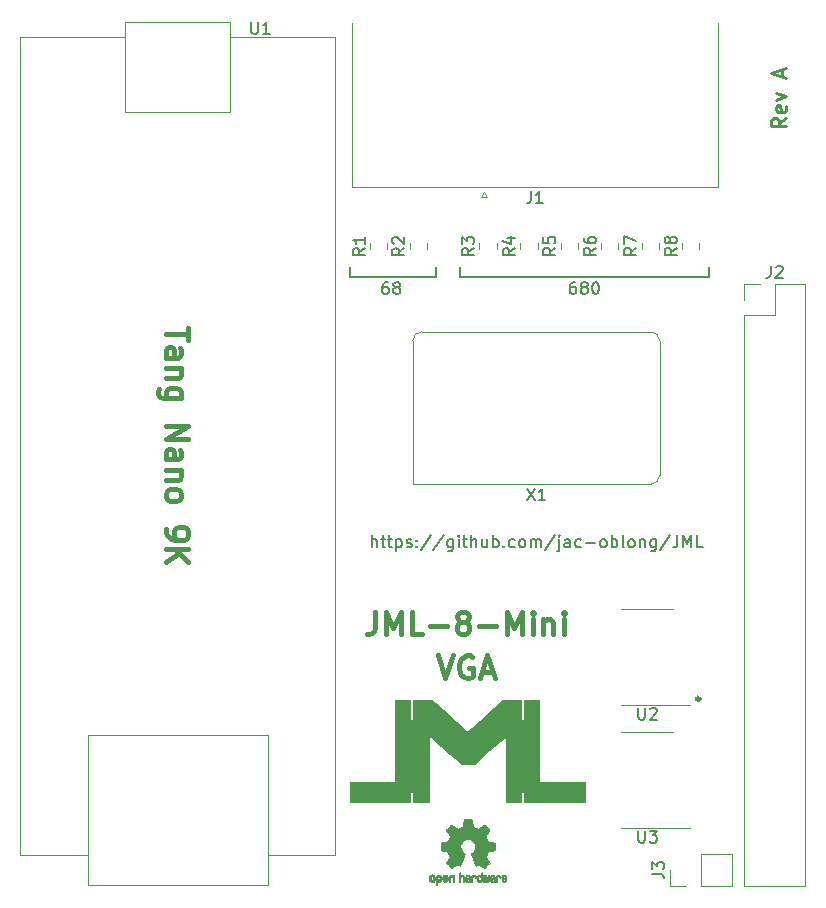
<source format=gbr>
%TF.GenerationSoftware,KiCad,Pcbnew,7.0.10*%
%TF.CreationDate,2024-01-22T21:54:42-05:00*%
%TF.ProjectId,jml-8-mini-vga,6a6d6c2d-382d-46d6-996e-692d7667612e,rev?*%
%TF.SameCoordinates,Original*%
%TF.FileFunction,Legend,Top*%
%TF.FilePolarity,Positive*%
%FSLAX46Y46*%
G04 Gerber Fmt 4.6, Leading zero omitted, Abs format (unit mm)*
G04 Created by KiCad (PCBNEW 7.0.10) date 2024-01-22 21:54:42*
%MOMM*%
%LPD*%
G01*
G04 APERTURE LIST*
%ADD10C,0.150000*%
%ADD11C,0.304000*%
%ADD12C,0.190500*%
%ADD13C,0.381000*%
%ADD14C,0.254000*%
%ADD15C,0.120000*%
%ADD16C,0.100000*%
%ADD17C,0.010000*%
G04 APERTURE END LIST*
D10*
X147574000Y-61976000D02*
X147574000Y-61087000D01*
X140335000Y-61087000D02*
X140335000Y-61976000D01*
X170688000Y-61976000D02*
X170688000Y-61087000D01*
X149606000Y-61976000D02*
X149606000Y-61087000D01*
X140335000Y-61976000D02*
X147574000Y-61976000D01*
D11*
X169951000Y-97663000D02*
G75*
G03*
X169647000Y-97663000I-152000J0D01*
G01*
X169647000Y-97663000D02*
G75*
G03*
X169951000Y-97663000I152000J0D01*
G01*
D10*
X170688000Y-61976000D02*
X149606000Y-61976000D01*
X159388350Y-62369819D02*
X159197874Y-62369819D01*
X159197874Y-62369819D02*
X159102636Y-62417438D01*
X159102636Y-62417438D02*
X159055017Y-62465057D01*
X159055017Y-62465057D02*
X158959779Y-62607914D01*
X158959779Y-62607914D02*
X158912160Y-62798390D01*
X158912160Y-62798390D02*
X158912160Y-63179342D01*
X158912160Y-63179342D02*
X158959779Y-63274580D01*
X158959779Y-63274580D02*
X159007398Y-63322200D01*
X159007398Y-63322200D02*
X159102636Y-63369819D01*
X159102636Y-63369819D02*
X159293112Y-63369819D01*
X159293112Y-63369819D02*
X159388350Y-63322200D01*
X159388350Y-63322200D02*
X159435969Y-63274580D01*
X159435969Y-63274580D02*
X159483588Y-63179342D01*
X159483588Y-63179342D02*
X159483588Y-62941247D01*
X159483588Y-62941247D02*
X159435969Y-62846009D01*
X159435969Y-62846009D02*
X159388350Y-62798390D01*
X159388350Y-62798390D02*
X159293112Y-62750771D01*
X159293112Y-62750771D02*
X159102636Y-62750771D01*
X159102636Y-62750771D02*
X159007398Y-62798390D01*
X159007398Y-62798390D02*
X158959779Y-62846009D01*
X158959779Y-62846009D02*
X158912160Y-62941247D01*
X160055017Y-62798390D02*
X159959779Y-62750771D01*
X159959779Y-62750771D02*
X159912160Y-62703152D01*
X159912160Y-62703152D02*
X159864541Y-62607914D01*
X159864541Y-62607914D02*
X159864541Y-62560295D01*
X159864541Y-62560295D02*
X159912160Y-62465057D01*
X159912160Y-62465057D02*
X159959779Y-62417438D01*
X159959779Y-62417438D02*
X160055017Y-62369819D01*
X160055017Y-62369819D02*
X160245493Y-62369819D01*
X160245493Y-62369819D02*
X160340731Y-62417438D01*
X160340731Y-62417438D02*
X160388350Y-62465057D01*
X160388350Y-62465057D02*
X160435969Y-62560295D01*
X160435969Y-62560295D02*
X160435969Y-62607914D01*
X160435969Y-62607914D02*
X160388350Y-62703152D01*
X160388350Y-62703152D02*
X160340731Y-62750771D01*
X160340731Y-62750771D02*
X160245493Y-62798390D01*
X160245493Y-62798390D02*
X160055017Y-62798390D01*
X160055017Y-62798390D02*
X159959779Y-62846009D01*
X159959779Y-62846009D02*
X159912160Y-62893628D01*
X159912160Y-62893628D02*
X159864541Y-62988866D01*
X159864541Y-62988866D02*
X159864541Y-63179342D01*
X159864541Y-63179342D02*
X159912160Y-63274580D01*
X159912160Y-63274580D02*
X159959779Y-63322200D01*
X159959779Y-63322200D02*
X160055017Y-63369819D01*
X160055017Y-63369819D02*
X160245493Y-63369819D01*
X160245493Y-63369819D02*
X160340731Y-63322200D01*
X160340731Y-63322200D02*
X160388350Y-63274580D01*
X160388350Y-63274580D02*
X160435969Y-63179342D01*
X160435969Y-63179342D02*
X160435969Y-62988866D01*
X160435969Y-62988866D02*
X160388350Y-62893628D01*
X160388350Y-62893628D02*
X160340731Y-62846009D01*
X160340731Y-62846009D02*
X160245493Y-62798390D01*
X161055017Y-62369819D02*
X161150255Y-62369819D01*
X161150255Y-62369819D02*
X161245493Y-62417438D01*
X161245493Y-62417438D02*
X161293112Y-62465057D01*
X161293112Y-62465057D02*
X161340731Y-62560295D01*
X161340731Y-62560295D02*
X161388350Y-62750771D01*
X161388350Y-62750771D02*
X161388350Y-62988866D01*
X161388350Y-62988866D02*
X161340731Y-63179342D01*
X161340731Y-63179342D02*
X161293112Y-63274580D01*
X161293112Y-63274580D02*
X161245493Y-63322200D01*
X161245493Y-63322200D02*
X161150255Y-63369819D01*
X161150255Y-63369819D02*
X161055017Y-63369819D01*
X161055017Y-63369819D02*
X160959779Y-63322200D01*
X160959779Y-63322200D02*
X160912160Y-63274580D01*
X160912160Y-63274580D02*
X160864541Y-63179342D01*
X160864541Y-63179342D02*
X160816922Y-62988866D01*
X160816922Y-62988866D02*
X160816922Y-62750771D01*
X160816922Y-62750771D02*
X160864541Y-62560295D01*
X160864541Y-62560295D02*
X160912160Y-62465057D01*
X160912160Y-62465057D02*
X160959779Y-62417438D01*
X160959779Y-62417438D02*
X161055017Y-62369819D01*
D12*
X142155463Y-84828754D02*
X142155463Y-83812754D01*
X142590892Y-84828754D02*
X142590892Y-84296564D01*
X142590892Y-84296564D02*
X142542511Y-84199802D01*
X142542511Y-84199802D02*
X142445749Y-84151421D01*
X142445749Y-84151421D02*
X142300606Y-84151421D01*
X142300606Y-84151421D02*
X142203844Y-84199802D01*
X142203844Y-84199802D02*
X142155463Y-84248183D01*
X142929558Y-84151421D02*
X143316606Y-84151421D01*
X143074701Y-83812754D02*
X143074701Y-84683612D01*
X143074701Y-84683612D02*
X143123082Y-84780374D01*
X143123082Y-84780374D02*
X143219844Y-84828754D01*
X143219844Y-84828754D02*
X143316606Y-84828754D01*
X143510129Y-84151421D02*
X143897177Y-84151421D01*
X143655272Y-83812754D02*
X143655272Y-84683612D01*
X143655272Y-84683612D02*
X143703653Y-84780374D01*
X143703653Y-84780374D02*
X143800415Y-84828754D01*
X143800415Y-84828754D02*
X143897177Y-84828754D01*
X144235843Y-84151421D02*
X144235843Y-85167421D01*
X144235843Y-84199802D02*
X144332605Y-84151421D01*
X144332605Y-84151421D02*
X144526129Y-84151421D01*
X144526129Y-84151421D02*
X144622891Y-84199802D01*
X144622891Y-84199802D02*
X144671272Y-84248183D01*
X144671272Y-84248183D02*
X144719653Y-84344945D01*
X144719653Y-84344945D02*
X144719653Y-84635231D01*
X144719653Y-84635231D02*
X144671272Y-84731993D01*
X144671272Y-84731993D02*
X144622891Y-84780374D01*
X144622891Y-84780374D02*
X144526129Y-84828754D01*
X144526129Y-84828754D02*
X144332605Y-84828754D01*
X144332605Y-84828754D02*
X144235843Y-84780374D01*
X145106700Y-84780374D02*
X145203462Y-84828754D01*
X145203462Y-84828754D02*
X145396986Y-84828754D01*
X145396986Y-84828754D02*
X145493748Y-84780374D01*
X145493748Y-84780374D02*
X145542129Y-84683612D01*
X145542129Y-84683612D02*
X145542129Y-84635231D01*
X145542129Y-84635231D02*
X145493748Y-84538469D01*
X145493748Y-84538469D02*
X145396986Y-84490088D01*
X145396986Y-84490088D02*
X145251843Y-84490088D01*
X145251843Y-84490088D02*
X145155081Y-84441707D01*
X145155081Y-84441707D02*
X145106700Y-84344945D01*
X145106700Y-84344945D02*
X145106700Y-84296564D01*
X145106700Y-84296564D02*
X145155081Y-84199802D01*
X145155081Y-84199802D02*
X145251843Y-84151421D01*
X145251843Y-84151421D02*
X145396986Y-84151421D01*
X145396986Y-84151421D02*
X145493748Y-84199802D01*
X145977557Y-84731993D02*
X146025938Y-84780374D01*
X146025938Y-84780374D02*
X145977557Y-84828754D01*
X145977557Y-84828754D02*
X145929176Y-84780374D01*
X145929176Y-84780374D02*
X145977557Y-84731993D01*
X145977557Y-84731993D02*
X145977557Y-84828754D01*
X145977557Y-84199802D02*
X146025938Y-84248183D01*
X146025938Y-84248183D02*
X145977557Y-84296564D01*
X145977557Y-84296564D02*
X145929176Y-84248183D01*
X145929176Y-84248183D02*
X145977557Y-84199802D01*
X145977557Y-84199802D02*
X145977557Y-84296564D01*
X147187082Y-83764374D02*
X146316224Y-85070659D01*
X148251463Y-83764374D02*
X147380605Y-85070659D01*
X149025558Y-84151421D02*
X149025558Y-84973897D01*
X149025558Y-84973897D02*
X148977177Y-85070659D01*
X148977177Y-85070659D02*
X148928796Y-85119040D01*
X148928796Y-85119040D02*
X148832034Y-85167421D01*
X148832034Y-85167421D02*
X148686891Y-85167421D01*
X148686891Y-85167421D02*
X148590129Y-85119040D01*
X149025558Y-84780374D02*
X148928796Y-84828754D01*
X148928796Y-84828754D02*
X148735272Y-84828754D01*
X148735272Y-84828754D02*
X148638510Y-84780374D01*
X148638510Y-84780374D02*
X148590129Y-84731993D01*
X148590129Y-84731993D02*
X148541748Y-84635231D01*
X148541748Y-84635231D02*
X148541748Y-84344945D01*
X148541748Y-84344945D02*
X148590129Y-84248183D01*
X148590129Y-84248183D02*
X148638510Y-84199802D01*
X148638510Y-84199802D02*
X148735272Y-84151421D01*
X148735272Y-84151421D02*
X148928796Y-84151421D01*
X148928796Y-84151421D02*
X149025558Y-84199802D01*
X149509367Y-84828754D02*
X149509367Y-84151421D01*
X149509367Y-83812754D02*
X149460986Y-83861135D01*
X149460986Y-83861135D02*
X149509367Y-83909516D01*
X149509367Y-83909516D02*
X149557748Y-83861135D01*
X149557748Y-83861135D02*
X149509367Y-83812754D01*
X149509367Y-83812754D02*
X149509367Y-83909516D01*
X149848034Y-84151421D02*
X150235082Y-84151421D01*
X149993177Y-83812754D02*
X149993177Y-84683612D01*
X149993177Y-84683612D02*
X150041558Y-84780374D01*
X150041558Y-84780374D02*
X150138320Y-84828754D01*
X150138320Y-84828754D02*
X150235082Y-84828754D01*
X150573748Y-84828754D02*
X150573748Y-83812754D01*
X151009177Y-84828754D02*
X151009177Y-84296564D01*
X151009177Y-84296564D02*
X150960796Y-84199802D01*
X150960796Y-84199802D02*
X150864034Y-84151421D01*
X150864034Y-84151421D02*
X150718891Y-84151421D01*
X150718891Y-84151421D02*
X150622129Y-84199802D01*
X150622129Y-84199802D02*
X150573748Y-84248183D01*
X151928415Y-84151421D02*
X151928415Y-84828754D01*
X151492986Y-84151421D02*
X151492986Y-84683612D01*
X151492986Y-84683612D02*
X151541367Y-84780374D01*
X151541367Y-84780374D02*
X151638129Y-84828754D01*
X151638129Y-84828754D02*
X151783272Y-84828754D01*
X151783272Y-84828754D02*
X151880034Y-84780374D01*
X151880034Y-84780374D02*
X151928415Y-84731993D01*
X152412224Y-84828754D02*
X152412224Y-83812754D01*
X152412224Y-84199802D02*
X152508986Y-84151421D01*
X152508986Y-84151421D02*
X152702510Y-84151421D01*
X152702510Y-84151421D02*
X152799272Y-84199802D01*
X152799272Y-84199802D02*
X152847653Y-84248183D01*
X152847653Y-84248183D02*
X152896034Y-84344945D01*
X152896034Y-84344945D02*
X152896034Y-84635231D01*
X152896034Y-84635231D02*
X152847653Y-84731993D01*
X152847653Y-84731993D02*
X152799272Y-84780374D01*
X152799272Y-84780374D02*
X152702510Y-84828754D01*
X152702510Y-84828754D02*
X152508986Y-84828754D01*
X152508986Y-84828754D02*
X152412224Y-84780374D01*
X153331462Y-84731993D02*
X153379843Y-84780374D01*
X153379843Y-84780374D02*
X153331462Y-84828754D01*
X153331462Y-84828754D02*
X153283081Y-84780374D01*
X153283081Y-84780374D02*
X153331462Y-84731993D01*
X153331462Y-84731993D02*
X153331462Y-84828754D01*
X154250701Y-84780374D02*
X154153939Y-84828754D01*
X154153939Y-84828754D02*
X153960415Y-84828754D01*
X153960415Y-84828754D02*
X153863653Y-84780374D01*
X153863653Y-84780374D02*
X153815272Y-84731993D01*
X153815272Y-84731993D02*
X153766891Y-84635231D01*
X153766891Y-84635231D02*
X153766891Y-84344945D01*
X153766891Y-84344945D02*
X153815272Y-84248183D01*
X153815272Y-84248183D02*
X153863653Y-84199802D01*
X153863653Y-84199802D02*
X153960415Y-84151421D01*
X153960415Y-84151421D02*
X154153939Y-84151421D01*
X154153939Y-84151421D02*
X154250701Y-84199802D01*
X154831272Y-84828754D02*
X154734510Y-84780374D01*
X154734510Y-84780374D02*
X154686129Y-84731993D01*
X154686129Y-84731993D02*
X154637748Y-84635231D01*
X154637748Y-84635231D02*
X154637748Y-84344945D01*
X154637748Y-84344945D02*
X154686129Y-84248183D01*
X154686129Y-84248183D02*
X154734510Y-84199802D01*
X154734510Y-84199802D02*
X154831272Y-84151421D01*
X154831272Y-84151421D02*
X154976415Y-84151421D01*
X154976415Y-84151421D02*
X155073177Y-84199802D01*
X155073177Y-84199802D02*
X155121558Y-84248183D01*
X155121558Y-84248183D02*
X155169939Y-84344945D01*
X155169939Y-84344945D02*
X155169939Y-84635231D01*
X155169939Y-84635231D02*
X155121558Y-84731993D01*
X155121558Y-84731993D02*
X155073177Y-84780374D01*
X155073177Y-84780374D02*
X154976415Y-84828754D01*
X154976415Y-84828754D02*
X154831272Y-84828754D01*
X155605367Y-84828754D02*
X155605367Y-84151421D01*
X155605367Y-84248183D02*
X155653748Y-84199802D01*
X155653748Y-84199802D02*
X155750510Y-84151421D01*
X155750510Y-84151421D02*
X155895653Y-84151421D01*
X155895653Y-84151421D02*
X155992415Y-84199802D01*
X155992415Y-84199802D02*
X156040796Y-84296564D01*
X156040796Y-84296564D02*
X156040796Y-84828754D01*
X156040796Y-84296564D02*
X156089177Y-84199802D01*
X156089177Y-84199802D02*
X156185939Y-84151421D01*
X156185939Y-84151421D02*
X156331082Y-84151421D01*
X156331082Y-84151421D02*
X156427843Y-84199802D01*
X156427843Y-84199802D02*
X156476224Y-84296564D01*
X156476224Y-84296564D02*
X156476224Y-84828754D01*
X157685749Y-83764374D02*
X156814891Y-85070659D01*
X158024415Y-84151421D02*
X158024415Y-85022278D01*
X158024415Y-85022278D02*
X157976034Y-85119040D01*
X157976034Y-85119040D02*
X157879272Y-85167421D01*
X157879272Y-85167421D02*
X157830891Y-85167421D01*
X158024415Y-83812754D02*
X157976034Y-83861135D01*
X157976034Y-83861135D02*
X158024415Y-83909516D01*
X158024415Y-83909516D02*
X158072796Y-83861135D01*
X158072796Y-83861135D02*
X158024415Y-83812754D01*
X158024415Y-83812754D02*
X158024415Y-83909516D01*
X158943654Y-84828754D02*
X158943654Y-84296564D01*
X158943654Y-84296564D02*
X158895273Y-84199802D01*
X158895273Y-84199802D02*
X158798511Y-84151421D01*
X158798511Y-84151421D02*
X158604987Y-84151421D01*
X158604987Y-84151421D02*
X158508225Y-84199802D01*
X158943654Y-84780374D02*
X158846892Y-84828754D01*
X158846892Y-84828754D02*
X158604987Y-84828754D01*
X158604987Y-84828754D02*
X158508225Y-84780374D01*
X158508225Y-84780374D02*
X158459844Y-84683612D01*
X158459844Y-84683612D02*
X158459844Y-84586850D01*
X158459844Y-84586850D02*
X158508225Y-84490088D01*
X158508225Y-84490088D02*
X158604987Y-84441707D01*
X158604987Y-84441707D02*
X158846892Y-84441707D01*
X158846892Y-84441707D02*
X158943654Y-84393326D01*
X159862892Y-84780374D02*
X159766130Y-84828754D01*
X159766130Y-84828754D02*
X159572606Y-84828754D01*
X159572606Y-84828754D02*
X159475844Y-84780374D01*
X159475844Y-84780374D02*
X159427463Y-84731993D01*
X159427463Y-84731993D02*
X159379082Y-84635231D01*
X159379082Y-84635231D02*
X159379082Y-84344945D01*
X159379082Y-84344945D02*
X159427463Y-84248183D01*
X159427463Y-84248183D02*
X159475844Y-84199802D01*
X159475844Y-84199802D02*
X159572606Y-84151421D01*
X159572606Y-84151421D02*
X159766130Y-84151421D01*
X159766130Y-84151421D02*
X159862892Y-84199802D01*
X160298320Y-84441707D02*
X161072416Y-84441707D01*
X161701368Y-84828754D02*
X161604606Y-84780374D01*
X161604606Y-84780374D02*
X161556225Y-84731993D01*
X161556225Y-84731993D02*
X161507844Y-84635231D01*
X161507844Y-84635231D02*
X161507844Y-84344945D01*
X161507844Y-84344945D02*
X161556225Y-84248183D01*
X161556225Y-84248183D02*
X161604606Y-84199802D01*
X161604606Y-84199802D02*
X161701368Y-84151421D01*
X161701368Y-84151421D02*
X161846511Y-84151421D01*
X161846511Y-84151421D02*
X161943273Y-84199802D01*
X161943273Y-84199802D02*
X161991654Y-84248183D01*
X161991654Y-84248183D02*
X162040035Y-84344945D01*
X162040035Y-84344945D02*
X162040035Y-84635231D01*
X162040035Y-84635231D02*
X161991654Y-84731993D01*
X161991654Y-84731993D02*
X161943273Y-84780374D01*
X161943273Y-84780374D02*
X161846511Y-84828754D01*
X161846511Y-84828754D02*
X161701368Y-84828754D01*
X162475463Y-84828754D02*
X162475463Y-83812754D01*
X162475463Y-84199802D02*
X162572225Y-84151421D01*
X162572225Y-84151421D02*
X162765749Y-84151421D01*
X162765749Y-84151421D02*
X162862511Y-84199802D01*
X162862511Y-84199802D02*
X162910892Y-84248183D01*
X162910892Y-84248183D02*
X162959273Y-84344945D01*
X162959273Y-84344945D02*
X162959273Y-84635231D01*
X162959273Y-84635231D02*
X162910892Y-84731993D01*
X162910892Y-84731993D02*
X162862511Y-84780374D01*
X162862511Y-84780374D02*
X162765749Y-84828754D01*
X162765749Y-84828754D02*
X162572225Y-84828754D01*
X162572225Y-84828754D02*
X162475463Y-84780374D01*
X163539844Y-84828754D02*
X163443082Y-84780374D01*
X163443082Y-84780374D02*
X163394701Y-84683612D01*
X163394701Y-84683612D02*
X163394701Y-83812754D01*
X164072034Y-84828754D02*
X163975272Y-84780374D01*
X163975272Y-84780374D02*
X163926891Y-84731993D01*
X163926891Y-84731993D02*
X163878510Y-84635231D01*
X163878510Y-84635231D02*
X163878510Y-84344945D01*
X163878510Y-84344945D02*
X163926891Y-84248183D01*
X163926891Y-84248183D02*
X163975272Y-84199802D01*
X163975272Y-84199802D02*
X164072034Y-84151421D01*
X164072034Y-84151421D02*
X164217177Y-84151421D01*
X164217177Y-84151421D02*
X164313939Y-84199802D01*
X164313939Y-84199802D02*
X164362320Y-84248183D01*
X164362320Y-84248183D02*
X164410701Y-84344945D01*
X164410701Y-84344945D02*
X164410701Y-84635231D01*
X164410701Y-84635231D02*
X164362320Y-84731993D01*
X164362320Y-84731993D02*
X164313939Y-84780374D01*
X164313939Y-84780374D02*
X164217177Y-84828754D01*
X164217177Y-84828754D02*
X164072034Y-84828754D01*
X164846129Y-84151421D02*
X164846129Y-84828754D01*
X164846129Y-84248183D02*
X164894510Y-84199802D01*
X164894510Y-84199802D02*
X164991272Y-84151421D01*
X164991272Y-84151421D02*
X165136415Y-84151421D01*
X165136415Y-84151421D02*
X165233177Y-84199802D01*
X165233177Y-84199802D02*
X165281558Y-84296564D01*
X165281558Y-84296564D02*
X165281558Y-84828754D01*
X166200796Y-84151421D02*
X166200796Y-84973897D01*
X166200796Y-84973897D02*
X166152415Y-85070659D01*
X166152415Y-85070659D02*
X166104034Y-85119040D01*
X166104034Y-85119040D02*
X166007272Y-85167421D01*
X166007272Y-85167421D02*
X165862129Y-85167421D01*
X165862129Y-85167421D02*
X165765367Y-85119040D01*
X166200796Y-84780374D02*
X166104034Y-84828754D01*
X166104034Y-84828754D02*
X165910510Y-84828754D01*
X165910510Y-84828754D02*
X165813748Y-84780374D01*
X165813748Y-84780374D02*
X165765367Y-84731993D01*
X165765367Y-84731993D02*
X165716986Y-84635231D01*
X165716986Y-84635231D02*
X165716986Y-84344945D01*
X165716986Y-84344945D02*
X165765367Y-84248183D01*
X165765367Y-84248183D02*
X165813748Y-84199802D01*
X165813748Y-84199802D02*
X165910510Y-84151421D01*
X165910510Y-84151421D02*
X166104034Y-84151421D01*
X166104034Y-84151421D02*
X166200796Y-84199802D01*
X167410320Y-83764374D02*
X166539462Y-85070659D01*
X168039272Y-83812754D02*
X168039272Y-84538469D01*
X168039272Y-84538469D02*
X167990891Y-84683612D01*
X167990891Y-84683612D02*
X167894129Y-84780374D01*
X167894129Y-84780374D02*
X167748986Y-84828754D01*
X167748986Y-84828754D02*
X167652224Y-84828754D01*
X168523081Y-84828754D02*
X168523081Y-83812754D01*
X168523081Y-83812754D02*
X168861748Y-84538469D01*
X168861748Y-84538469D02*
X169200415Y-83812754D01*
X169200415Y-83812754D02*
X169200415Y-84828754D01*
X170168034Y-84828754D02*
X169684224Y-84828754D01*
X169684224Y-84828754D02*
X169684224Y-83812754D01*
D13*
X147752085Y-93981052D02*
X148387085Y-95886052D01*
X148387085Y-95886052D02*
X149022085Y-93981052D01*
X150654942Y-94071766D02*
X150473514Y-93981052D01*
X150473514Y-93981052D02*
X150201371Y-93981052D01*
X150201371Y-93981052D02*
X149929228Y-94071766D01*
X149929228Y-94071766D02*
X149747799Y-94253195D01*
X149747799Y-94253195D02*
X149657085Y-94434623D01*
X149657085Y-94434623D02*
X149566371Y-94797480D01*
X149566371Y-94797480D02*
X149566371Y-95069623D01*
X149566371Y-95069623D02*
X149657085Y-95432480D01*
X149657085Y-95432480D02*
X149747799Y-95613909D01*
X149747799Y-95613909D02*
X149929228Y-95795338D01*
X149929228Y-95795338D02*
X150201371Y-95886052D01*
X150201371Y-95886052D02*
X150382799Y-95886052D01*
X150382799Y-95886052D02*
X150654942Y-95795338D01*
X150654942Y-95795338D02*
X150745656Y-95704623D01*
X150745656Y-95704623D02*
X150745656Y-95069623D01*
X150745656Y-95069623D02*
X150382799Y-95069623D01*
X151471371Y-95341766D02*
X152378514Y-95341766D01*
X151289942Y-95886052D02*
X151924942Y-93981052D01*
X151924942Y-93981052D02*
X152559942Y-95886052D01*
D14*
X177250368Y-48461799D02*
X176645606Y-48885133D01*
X177250368Y-49187514D02*
X175980368Y-49187514D01*
X175980368Y-49187514D02*
X175980368Y-48703704D01*
X175980368Y-48703704D02*
X176040844Y-48582752D01*
X176040844Y-48582752D02*
X176101320Y-48522275D01*
X176101320Y-48522275D02*
X176222272Y-48461799D01*
X176222272Y-48461799D02*
X176403701Y-48461799D01*
X176403701Y-48461799D02*
X176524653Y-48522275D01*
X176524653Y-48522275D02*
X176585130Y-48582752D01*
X176585130Y-48582752D02*
X176645606Y-48703704D01*
X176645606Y-48703704D02*
X176645606Y-49187514D01*
X177189892Y-47433704D02*
X177250368Y-47554656D01*
X177250368Y-47554656D02*
X177250368Y-47796561D01*
X177250368Y-47796561D02*
X177189892Y-47917514D01*
X177189892Y-47917514D02*
X177068939Y-47977990D01*
X177068939Y-47977990D02*
X176585130Y-47977990D01*
X176585130Y-47977990D02*
X176464177Y-47917514D01*
X176464177Y-47917514D02*
X176403701Y-47796561D01*
X176403701Y-47796561D02*
X176403701Y-47554656D01*
X176403701Y-47554656D02*
X176464177Y-47433704D01*
X176464177Y-47433704D02*
X176585130Y-47373228D01*
X176585130Y-47373228D02*
X176706082Y-47373228D01*
X176706082Y-47373228D02*
X176827034Y-47977990D01*
X176403701Y-46949895D02*
X177250368Y-46647514D01*
X177250368Y-46647514D02*
X176403701Y-46345133D01*
X176887511Y-44954181D02*
X176887511Y-44349419D01*
X177250368Y-45075133D02*
X175980368Y-44651800D01*
X175980368Y-44651800D02*
X177250368Y-44228466D01*
D13*
X142445300Y-90298052D02*
X142445300Y-91658766D01*
X142445300Y-91658766D02*
X142354585Y-91930909D01*
X142354585Y-91930909D02*
X142173157Y-92112338D01*
X142173157Y-92112338D02*
X141901014Y-92203052D01*
X141901014Y-92203052D02*
X141719585Y-92203052D01*
X143352443Y-92203052D02*
X143352443Y-90298052D01*
X143352443Y-90298052D02*
X143987443Y-91658766D01*
X143987443Y-91658766D02*
X144622443Y-90298052D01*
X144622443Y-90298052D02*
X144622443Y-92203052D01*
X146436729Y-92203052D02*
X145529586Y-92203052D01*
X145529586Y-92203052D02*
X145529586Y-90298052D01*
X147071729Y-91477338D02*
X148523158Y-91477338D01*
X149702443Y-91114480D02*
X149521014Y-91023766D01*
X149521014Y-91023766D02*
X149430300Y-90933052D01*
X149430300Y-90933052D02*
X149339586Y-90751623D01*
X149339586Y-90751623D02*
X149339586Y-90660909D01*
X149339586Y-90660909D02*
X149430300Y-90479480D01*
X149430300Y-90479480D02*
X149521014Y-90388766D01*
X149521014Y-90388766D02*
X149702443Y-90298052D01*
X149702443Y-90298052D02*
X150065300Y-90298052D01*
X150065300Y-90298052D02*
X150246729Y-90388766D01*
X150246729Y-90388766D02*
X150337443Y-90479480D01*
X150337443Y-90479480D02*
X150428157Y-90660909D01*
X150428157Y-90660909D02*
X150428157Y-90751623D01*
X150428157Y-90751623D02*
X150337443Y-90933052D01*
X150337443Y-90933052D02*
X150246729Y-91023766D01*
X150246729Y-91023766D02*
X150065300Y-91114480D01*
X150065300Y-91114480D02*
X149702443Y-91114480D01*
X149702443Y-91114480D02*
X149521014Y-91205195D01*
X149521014Y-91205195D02*
X149430300Y-91295909D01*
X149430300Y-91295909D02*
X149339586Y-91477338D01*
X149339586Y-91477338D02*
X149339586Y-91840195D01*
X149339586Y-91840195D02*
X149430300Y-92021623D01*
X149430300Y-92021623D02*
X149521014Y-92112338D01*
X149521014Y-92112338D02*
X149702443Y-92203052D01*
X149702443Y-92203052D02*
X150065300Y-92203052D01*
X150065300Y-92203052D02*
X150246729Y-92112338D01*
X150246729Y-92112338D02*
X150337443Y-92021623D01*
X150337443Y-92021623D02*
X150428157Y-91840195D01*
X150428157Y-91840195D02*
X150428157Y-91477338D01*
X150428157Y-91477338D02*
X150337443Y-91295909D01*
X150337443Y-91295909D02*
X150246729Y-91205195D01*
X150246729Y-91205195D02*
X150065300Y-91114480D01*
X151244586Y-91477338D02*
X152696015Y-91477338D01*
X153603157Y-92203052D02*
X153603157Y-90298052D01*
X153603157Y-90298052D02*
X154238157Y-91658766D01*
X154238157Y-91658766D02*
X154873157Y-90298052D01*
X154873157Y-90298052D02*
X154873157Y-92203052D01*
X155780300Y-92203052D02*
X155780300Y-90933052D01*
X155780300Y-90298052D02*
X155689586Y-90388766D01*
X155689586Y-90388766D02*
X155780300Y-90479480D01*
X155780300Y-90479480D02*
X155871014Y-90388766D01*
X155871014Y-90388766D02*
X155780300Y-90298052D01*
X155780300Y-90298052D02*
X155780300Y-90479480D01*
X156687443Y-90933052D02*
X156687443Y-92203052D01*
X156687443Y-91114480D02*
X156778157Y-91023766D01*
X156778157Y-91023766D02*
X156959586Y-90933052D01*
X156959586Y-90933052D02*
X157231729Y-90933052D01*
X157231729Y-90933052D02*
X157413157Y-91023766D01*
X157413157Y-91023766D02*
X157503872Y-91205195D01*
X157503872Y-91205195D02*
X157503872Y-92203052D01*
X158411014Y-92203052D02*
X158411014Y-90933052D01*
X158411014Y-90298052D02*
X158320300Y-90388766D01*
X158320300Y-90388766D02*
X158411014Y-90479480D01*
X158411014Y-90479480D02*
X158501728Y-90388766D01*
X158501728Y-90388766D02*
X158411014Y-90298052D01*
X158411014Y-90298052D02*
X158411014Y-90479480D01*
D10*
X143513350Y-62369819D02*
X143322874Y-62369819D01*
X143322874Y-62369819D02*
X143227636Y-62417438D01*
X143227636Y-62417438D02*
X143180017Y-62465057D01*
X143180017Y-62465057D02*
X143084779Y-62607914D01*
X143084779Y-62607914D02*
X143037160Y-62798390D01*
X143037160Y-62798390D02*
X143037160Y-63179342D01*
X143037160Y-63179342D02*
X143084779Y-63274580D01*
X143084779Y-63274580D02*
X143132398Y-63322200D01*
X143132398Y-63322200D02*
X143227636Y-63369819D01*
X143227636Y-63369819D02*
X143418112Y-63369819D01*
X143418112Y-63369819D02*
X143513350Y-63322200D01*
X143513350Y-63322200D02*
X143560969Y-63274580D01*
X143560969Y-63274580D02*
X143608588Y-63179342D01*
X143608588Y-63179342D02*
X143608588Y-62941247D01*
X143608588Y-62941247D02*
X143560969Y-62846009D01*
X143560969Y-62846009D02*
X143513350Y-62798390D01*
X143513350Y-62798390D02*
X143418112Y-62750771D01*
X143418112Y-62750771D02*
X143227636Y-62750771D01*
X143227636Y-62750771D02*
X143132398Y-62798390D01*
X143132398Y-62798390D02*
X143084779Y-62846009D01*
X143084779Y-62846009D02*
X143037160Y-62941247D01*
X144180017Y-62798390D02*
X144084779Y-62750771D01*
X144084779Y-62750771D02*
X144037160Y-62703152D01*
X144037160Y-62703152D02*
X143989541Y-62607914D01*
X143989541Y-62607914D02*
X143989541Y-62560295D01*
X143989541Y-62560295D02*
X144037160Y-62465057D01*
X144037160Y-62465057D02*
X144084779Y-62417438D01*
X144084779Y-62417438D02*
X144180017Y-62369819D01*
X144180017Y-62369819D02*
X144370493Y-62369819D01*
X144370493Y-62369819D02*
X144465731Y-62417438D01*
X144465731Y-62417438D02*
X144513350Y-62465057D01*
X144513350Y-62465057D02*
X144560969Y-62560295D01*
X144560969Y-62560295D02*
X144560969Y-62607914D01*
X144560969Y-62607914D02*
X144513350Y-62703152D01*
X144513350Y-62703152D02*
X144465731Y-62750771D01*
X144465731Y-62750771D02*
X144370493Y-62798390D01*
X144370493Y-62798390D02*
X144180017Y-62798390D01*
X144180017Y-62798390D02*
X144084779Y-62846009D01*
X144084779Y-62846009D02*
X144037160Y-62893628D01*
X144037160Y-62893628D02*
X143989541Y-62988866D01*
X143989541Y-62988866D02*
X143989541Y-63179342D01*
X143989541Y-63179342D02*
X144037160Y-63274580D01*
X144037160Y-63274580D02*
X144084779Y-63322200D01*
X144084779Y-63322200D02*
X144180017Y-63369819D01*
X144180017Y-63369819D02*
X144370493Y-63369819D01*
X144370493Y-63369819D02*
X144465731Y-63322200D01*
X144465731Y-63322200D02*
X144513350Y-63274580D01*
X144513350Y-63274580D02*
X144560969Y-63179342D01*
X144560969Y-63179342D02*
X144560969Y-62988866D01*
X144560969Y-62988866D02*
X144513350Y-62893628D01*
X144513350Y-62893628D02*
X144465731Y-62846009D01*
X144465731Y-62846009D02*
X144370493Y-62798390D01*
X155273476Y-79845819D02*
X155940142Y-80845819D01*
X155940142Y-79845819D02*
X155273476Y-80845819D01*
X156844904Y-80845819D02*
X156273476Y-80845819D01*
X156559190Y-80845819D02*
X156559190Y-79845819D01*
X156559190Y-79845819D02*
X156463952Y-79988676D01*
X156463952Y-79988676D02*
X156368714Y-80083914D01*
X156368714Y-80083914D02*
X156273476Y-80131533D01*
X164719095Y-108825819D02*
X164719095Y-109635342D01*
X164719095Y-109635342D02*
X164766714Y-109730580D01*
X164766714Y-109730580D02*
X164814333Y-109778200D01*
X164814333Y-109778200D02*
X164909571Y-109825819D01*
X164909571Y-109825819D02*
X165100047Y-109825819D01*
X165100047Y-109825819D02*
X165195285Y-109778200D01*
X165195285Y-109778200D02*
X165242904Y-109730580D01*
X165242904Y-109730580D02*
X165290523Y-109635342D01*
X165290523Y-109635342D02*
X165290523Y-108825819D01*
X165671476Y-108825819D02*
X166290523Y-108825819D01*
X166290523Y-108825819D02*
X165957190Y-109206771D01*
X165957190Y-109206771D02*
X166100047Y-109206771D01*
X166100047Y-109206771D02*
X166195285Y-109254390D01*
X166195285Y-109254390D02*
X166242904Y-109302009D01*
X166242904Y-109302009D02*
X166290523Y-109397247D01*
X166290523Y-109397247D02*
X166290523Y-109635342D01*
X166290523Y-109635342D02*
X166242904Y-109730580D01*
X166242904Y-109730580D02*
X166195285Y-109778200D01*
X166195285Y-109778200D02*
X166100047Y-109825819D01*
X166100047Y-109825819D02*
X165814333Y-109825819D01*
X165814333Y-109825819D02*
X165719095Y-109778200D01*
X165719095Y-109778200D02*
X165671476Y-109730580D01*
X131953095Y-40348819D02*
X131953095Y-41158342D01*
X131953095Y-41158342D02*
X132000714Y-41253580D01*
X132000714Y-41253580D02*
X132048333Y-41301200D01*
X132048333Y-41301200D02*
X132143571Y-41348819D01*
X132143571Y-41348819D02*
X132334047Y-41348819D01*
X132334047Y-41348819D02*
X132429285Y-41301200D01*
X132429285Y-41301200D02*
X132476904Y-41253580D01*
X132476904Y-41253580D02*
X132524523Y-41158342D01*
X132524523Y-41158342D02*
X132524523Y-40348819D01*
X133524523Y-41348819D02*
X132953095Y-41348819D01*
X133238809Y-41348819D02*
X133238809Y-40348819D01*
X133238809Y-40348819D02*
X133143571Y-40491676D01*
X133143571Y-40491676D02*
X133048333Y-40586914D01*
X133048333Y-40586914D02*
X132953095Y-40634533D01*
D13*
X126617947Y-66218085D02*
X126617947Y-67306657D01*
X124712947Y-66762371D02*
X126617947Y-66762371D01*
X124712947Y-68758086D02*
X125710804Y-68758086D01*
X125710804Y-68758086D02*
X125892233Y-68667371D01*
X125892233Y-68667371D02*
X125982947Y-68485943D01*
X125982947Y-68485943D02*
X125982947Y-68123086D01*
X125982947Y-68123086D02*
X125892233Y-67941657D01*
X124803662Y-68758086D02*
X124712947Y-68576657D01*
X124712947Y-68576657D02*
X124712947Y-68123086D01*
X124712947Y-68123086D02*
X124803662Y-67941657D01*
X124803662Y-67941657D02*
X124985090Y-67850943D01*
X124985090Y-67850943D02*
X125166519Y-67850943D01*
X125166519Y-67850943D02*
X125347947Y-67941657D01*
X125347947Y-67941657D02*
X125438662Y-68123086D01*
X125438662Y-68123086D02*
X125438662Y-68576657D01*
X125438662Y-68576657D02*
X125529376Y-68758086D01*
X125982947Y-69665228D02*
X124712947Y-69665228D01*
X125801519Y-69665228D02*
X125892233Y-69755942D01*
X125892233Y-69755942D02*
X125982947Y-69937371D01*
X125982947Y-69937371D02*
X125982947Y-70209514D01*
X125982947Y-70209514D02*
X125892233Y-70390942D01*
X125892233Y-70390942D02*
X125710804Y-70481657D01*
X125710804Y-70481657D02*
X124712947Y-70481657D01*
X125982947Y-72205228D02*
X124440804Y-72205228D01*
X124440804Y-72205228D02*
X124259376Y-72114513D01*
X124259376Y-72114513D02*
X124168662Y-72023799D01*
X124168662Y-72023799D02*
X124077947Y-71842370D01*
X124077947Y-71842370D02*
X124077947Y-71570228D01*
X124077947Y-71570228D02*
X124168662Y-71388799D01*
X124803662Y-72205228D02*
X124712947Y-72023799D01*
X124712947Y-72023799D02*
X124712947Y-71660942D01*
X124712947Y-71660942D02*
X124803662Y-71479513D01*
X124803662Y-71479513D02*
X124894376Y-71388799D01*
X124894376Y-71388799D02*
X125075804Y-71298085D01*
X125075804Y-71298085D02*
X125620090Y-71298085D01*
X125620090Y-71298085D02*
X125801519Y-71388799D01*
X125801519Y-71388799D02*
X125892233Y-71479513D01*
X125892233Y-71479513D02*
X125982947Y-71660942D01*
X125982947Y-71660942D02*
X125982947Y-72023799D01*
X125982947Y-72023799D02*
X125892233Y-72205228D01*
X124712947Y-74563799D02*
X126617947Y-74563799D01*
X126617947Y-74563799D02*
X124712947Y-75652370D01*
X124712947Y-75652370D02*
X126617947Y-75652370D01*
X124712947Y-77375942D02*
X125710804Y-77375942D01*
X125710804Y-77375942D02*
X125892233Y-77285227D01*
X125892233Y-77285227D02*
X125982947Y-77103799D01*
X125982947Y-77103799D02*
X125982947Y-76740942D01*
X125982947Y-76740942D02*
X125892233Y-76559513D01*
X124803662Y-77375942D02*
X124712947Y-77194513D01*
X124712947Y-77194513D02*
X124712947Y-76740942D01*
X124712947Y-76740942D02*
X124803662Y-76559513D01*
X124803662Y-76559513D02*
X124985090Y-76468799D01*
X124985090Y-76468799D02*
X125166519Y-76468799D01*
X125166519Y-76468799D02*
X125347947Y-76559513D01*
X125347947Y-76559513D02*
X125438662Y-76740942D01*
X125438662Y-76740942D02*
X125438662Y-77194513D01*
X125438662Y-77194513D02*
X125529376Y-77375942D01*
X125982947Y-78283084D02*
X124712947Y-78283084D01*
X125801519Y-78283084D02*
X125892233Y-78373798D01*
X125892233Y-78373798D02*
X125982947Y-78555227D01*
X125982947Y-78555227D02*
X125982947Y-78827370D01*
X125982947Y-78827370D02*
X125892233Y-79008798D01*
X125892233Y-79008798D02*
X125710804Y-79099513D01*
X125710804Y-79099513D02*
X124712947Y-79099513D01*
X124712947Y-80278798D02*
X124803662Y-80097369D01*
X124803662Y-80097369D02*
X124894376Y-80006655D01*
X124894376Y-80006655D02*
X125075804Y-79915941D01*
X125075804Y-79915941D02*
X125620090Y-79915941D01*
X125620090Y-79915941D02*
X125801519Y-80006655D01*
X125801519Y-80006655D02*
X125892233Y-80097369D01*
X125892233Y-80097369D02*
X125982947Y-80278798D01*
X125982947Y-80278798D02*
X125982947Y-80550941D01*
X125982947Y-80550941D02*
X125892233Y-80732369D01*
X125892233Y-80732369D02*
X125801519Y-80823084D01*
X125801519Y-80823084D02*
X125620090Y-80913798D01*
X125620090Y-80913798D02*
X125075804Y-80913798D01*
X125075804Y-80913798D02*
X124894376Y-80823084D01*
X124894376Y-80823084D02*
X124803662Y-80732369D01*
X124803662Y-80732369D02*
X124712947Y-80550941D01*
X124712947Y-80550941D02*
X124712947Y-80278798D01*
X124712947Y-83272369D02*
X124712947Y-83635226D01*
X124712947Y-83635226D02*
X124803662Y-83816655D01*
X124803662Y-83816655D02*
X124894376Y-83907369D01*
X124894376Y-83907369D02*
X125166519Y-84088798D01*
X125166519Y-84088798D02*
X125529376Y-84179512D01*
X125529376Y-84179512D02*
X126255090Y-84179512D01*
X126255090Y-84179512D02*
X126436519Y-84088798D01*
X126436519Y-84088798D02*
X126527233Y-83998084D01*
X126527233Y-83998084D02*
X126617947Y-83816655D01*
X126617947Y-83816655D02*
X126617947Y-83453798D01*
X126617947Y-83453798D02*
X126527233Y-83272369D01*
X126527233Y-83272369D02*
X126436519Y-83181655D01*
X126436519Y-83181655D02*
X126255090Y-83090941D01*
X126255090Y-83090941D02*
X125801519Y-83090941D01*
X125801519Y-83090941D02*
X125620090Y-83181655D01*
X125620090Y-83181655D02*
X125529376Y-83272369D01*
X125529376Y-83272369D02*
X125438662Y-83453798D01*
X125438662Y-83453798D02*
X125438662Y-83816655D01*
X125438662Y-83816655D02*
X125529376Y-83998084D01*
X125529376Y-83998084D02*
X125620090Y-84088798D01*
X125620090Y-84088798D02*
X125801519Y-84179512D01*
X124712947Y-84995941D02*
X126617947Y-84995941D01*
X124712947Y-86084512D02*
X125801519Y-85268084D01*
X126617947Y-86084512D02*
X125529376Y-84995941D01*
D10*
X155637666Y-54698150D02*
X155637666Y-55412435D01*
X155637666Y-55412435D02*
X155590047Y-55555292D01*
X155590047Y-55555292D02*
X155494809Y-55650531D01*
X155494809Y-55650531D02*
X155351952Y-55698150D01*
X155351952Y-55698150D02*
X155256714Y-55698150D01*
X156637666Y-55698150D02*
X156066238Y-55698150D01*
X156351952Y-55698150D02*
X156351952Y-54698150D01*
X156351952Y-54698150D02*
X156256714Y-54841007D01*
X156256714Y-54841007D02*
X156161476Y-54936245D01*
X156161476Y-54936245D02*
X156066238Y-54983864D01*
X164539819Y-59475666D02*
X164063628Y-59808999D01*
X164539819Y-60047094D02*
X163539819Y-60047094D01*
X163539819Y-60047094D02*
X163539819Y-59666142D01*
X163539819Y-59666142D02*
X163587438Y-59570904D01*
X163587438Y-59570904D02*
X163635057Y-59523285D01*
X163635057Y-59523285D02*
X163730295Y-59475666D01*
X163730295Y-59475666D02*
X163873152Y-59475666D01*
X163873152Y-59475666D02*
X163968390Y-59523285D01*
X163968390Y-59523285D02*
X164016009Y-59570904D01*
X164016009Y-59570904D02*
X164063628Y-59666142D01*
X164063628Y-59666142D02*
X164063628Y-60047094D01*
X163539819Y-59142332D02*
X163539819Y-58475666D01*
X163539819Y-58475666D02*
X164539819Y-58904237D01*
X141552819Y-59491666D02*
X141076628Y-59824999D01*
X141552819Y-60063094D02*
X140552819Y-60063094D01*
X140552819Y-60063094D02*
X140552819Y-59682142D01*
X140552819Y-59682142D02*
X140600438Y-59586904D01*
X140600438Y-59586904D02*
X140648057Y-59539285D01*
X140648057Y-59539285D02*
X140743295Y-59491666D01*
X140743295Y-59491666D02*
X140886152Y-59491666D01*
X140886152Y-59491666D02*
X140981390Y-59539285D01*
X140981390Y-59539285D02*
X141029009Y-59586904D01*
X141029009Y-59586904D02*
X141076628Y-59682142D01*
X141076628Y-59682142D02*
X141076628Y-60063094D01*
X141552819Y-58539285D02*
X141552819Y-59110713D01*
X141552819Y-58824999D02*
X140552819Y-58824999D01*
X140552819Y-58824999D02*
X140695676Y-58920237D01*
X140695676Y-58920237D02*
X140790914Y-59015475D01*
X140790914Y-59015475D02*
X140838533Y-59110713D01*
X157681819Y-59475666D02*
X157205628Y-59808999D01*
X157681819Y-60047094D02*
X156681819Y-60047094D01*
X156681819Y-60047094D02*
X156681819Y-59666142D01*
X156681819Y-59666142D02*
X156729438Y-59570904D01*
X156729438Y-59570904D02*
X156777057Y-59523285D01*
X156777057Y-59523285D02*
X156872295Y-59475666D01*
X156872295Y-59475666D02*
X157015152Y-59475666D01*
X157015152Y-59475666D02*
X157110390Y-59523285D01*
X157110390Y-59523285D02*
X157158009Y-59570904D01*
X157158009Y-59570904D02*
X157205628Y-59666142D01*
X157205628Y-59666142D02*
X157205628Y-60047094D01*
X156681819Y-58570904D02*
X156681819Y-59047094D01*
X156681819Y-59047094D02*
X157158009Y-59094713D01*
X157158009Y-59094713D02*
X157110390Y-59047094D01*
X157110390Y-59047094D02*
X157062771Y-58951856D01*
X157062771Y-58951856D02*
X157062771Y-58713761D01*
X157062771Y-58713761D02*
X157110390Y-58618523D01*
X157110390Y-58618523D02*
X157158009Y-58570904D01*
X157158009Y-58570904D02*
X157253247Y-58523285D01*
X157253247Y-58523285D02*
X157491342Y-58523285D01*
X157491342Y-58523285D02*
X157586580Y-58570904D01*
X157586580Y-58570904D02*
X157634200Y-58618523D01*
X157634200Y-58618523D02*
X157681819Y-58713761D01*
X157681819Y-58713761D02*
X157681819Y-58951856D01*
X157681819Y-58951856D02*
X157634200Y-59047094D01*
X157634200Y-59047094D02*
X157586580Y-59094713D01*
X167968819Y-59475666D02*
X167492628Y-59808999D01*
X167968819Y-60047094D02*
X166968819Y-60047094D01*
X166968819Y-60047094D02*
X166968819Y-59666142D01*
X166968819Y-59666142D02*
X167016438Y-59570904D01*
X167016438Y-59570904D02*
X167064057Y-59523285D01*
X167064057Y-59523285D02*
X167159295Y-59475666D01*
X167159295Y-59475666D02*
X167302152Y-59475666D01*
X167302152Y-59475666D02*
X167397390Y-59523285D01*
X167397390Y-59523285D02*
X167445009Y-59570904D01*
X167445009Y-59570904D02*
X167492628Y-59666142D01*
X167492628Y-59666142D02*
X167492628Y-60047094D01*
X167397390Y-58904237D02*
X167349771Y-58999475D01*
X167349771Y-58999475D02*
X167302152Y-59047094D01*
X167302152Y-59047094D02*
X167206914Y-59094713D01*
X167206914Y-59094713D02*
X167159295Y-59094713D01*
X167159295Y-59094713D02*
X167064057Y-59047094D01*
X167064057Y-59047094D02*
X167016438Y-58999475D01*
X167016438Y-58999475D02*
X166968819Y-58904237D01*
X166968819Y-58904237D02*
X166968819Y-58713761D01*
X166968819Y-58713761D02*
X167016438Y-58618523D01*
X167016438Y-58618523D02*
X167064057Y-58570904D01*
X167064057Y-58570904D02*
X167159295Y-58523285D01*
X167159295Y-58523285D02*
X167206914Y-58523285D01*
X167206914Y-58523285D02*
X167302152Y-58570904D01*
X167302152Y-58570904D02*
X167349771Y-58618523D01*
X167349771Y-58618523D02*
X167397390Y-58713761D01*
X167397390Y-58713761D02*
X167397390Y-58904237D01*
X167397390Y-58904237D02*
X167445009Y-58999475D01*
X167445009Y-58999475D02*
X167492628Y-59047094D01*
X167492628Y-59047094D02*
X167587866Y-59094713D01*
X167587866Y-59094713D02*
X167778342Y-59094713D01*
X167778342Y-59094713D02*
X167873580Y-59047094D01*
X167873580Y-59047094D02*
X167921200Y-58999475D01*
X167921200Y-58999475D02*
X167968819Y-58904237D01*
X167968819Y-58904237D02*
X167968819Y-58713761D01*
X167968819Y-58713761D02*
X167921200Y-58618523D01*
X167921200Y-58618523D02*
X167873580Y-58570904D01*
X167873580Y-58570904D02*
X167778342Y-58523285D01*
X167778342Y-58523285D02*
X167587866Y-58523285D01*
X167587866Y-58523285D02*
X167492628Y-58570904D01*
X167492628Y-58570904D02*
X167445009Y-58618523D01*
X167445009Y-58618523D02*
X167397390Y-58713761D01*
X144905819Y-59491666D02*
X144429628Y-59824999D01*
X144905819Y-60063094D02*
X143905819Y-60063094D01*
X143905819Y-60063094D02*
X143905819Y-59682142D01*
X143905819Y-59682142D02*
X143953438Y-59586904D01*
X143953438Y-59586904D02*
X144001057Y-59539285D01*
X144001057Y-59539285D02*
X144096295Y-59491666D01*
X144096295Y-59491666D02*
X144239152Y-59491666D01*
X144239152Y-59491666D02*
X144334390Y-59539285D01*
X144334390Y-59539285D02*
X144382009Y-59586904D01*
X144382009Y-59586904D02*
X144429628Y-59682142D01*
X144429628Y-59682142D02*
X144429628Y-60063094D01*
X144001057Y-59110713D02*
X143953438Y-59063094D01*
X143953438Y-59063094D02*
X143905819Y-58967856D01*
X143905819Y-58967856D02*
X143905819Y-58729761D01*
X143905819Y-58729761D02*
X143953438Y-58634523D01*
X143953438Y-58634523D02*
X144001057Y-58586904D01*
X144001057Y-58586904D02*
X144096295Y-58539285D01*
X144096295Y-58539285D02*
X144191533Y-58539285D01*
X144191533Y-58539285D02*
X144334390Y-58586904D01*
X144334390Y-58586904D02*
X144905819Y-59158332D01*
X144905819Y-59158332D02*
X144905819Y-58539285D01*
X165902819Y-112474333D02*
X166617104Y-112474333D01*
X166617104Y-112474333D02*
X166759961Y-112521952D01*
X166759961Y-112521952D02*
X166855200Y-112617190D01*
X166855200Y-112617190D02*
X166902819Y-112760047D01*
X166902819Y-112760047D02*
X166902819Y-112855285D01*
X165902819Y-112093380D02*
X165902819Y-111474333D01*
X165902819Y-111474333D02*
X166283771Y-111807666D01*
X166283771Y-111807666D02*
X166283771Y-111664809D01*
X166283771Y-111664809D02*
X166331390Y-111569571D01*
X166331390Y-111569571D02*
X166379009Y-111521952D01*
X166379009Y-111521952D02*
X166474247Y-111474333D01*
X166474247Y-111474333D02*
X166712342Y-111474333D01*
X166712342Y-111474333D02*
X166807580Y-111521952D01*
X166807580Y-111521952D02*
X166855200Y-111569571D01*
X166855200Y-111569571D02*
X166902819Y-111664809D01*
X166902819Y-111664809D02*
X166902819Y-111950523D01*
X166902819Y-111950523D02*
X166855200Y-112045761D01*
X166855200Y-112045761D02*
X166807580Y-112093380D01*
X175942666Y-61005819D02*
X175942666Y-61720104D01*
X175942666Y-61720104D02*
X175895047Y-61862961D01*
X175895047Y-61862961D02*
X175799809Y-61958200D01*
X175799809Y-61958200D02*
X175656952Y-62005819D01*
X175656952Y-62005819D02*
X175561714Y-62005819D01*
X176371238Y-61101057D02*
X176418857Y-61053438D01*
X176418857Y-61053438D02*
X176514095Y-61005819D01*
X176514095Y-61005819D02*
X176752190Y-61005819D01*
X176752190Y-61005819D02*
X176847428Y-61053438D01*
X176847428Y-61053438D02*
X176895047Y-61101057D01*
X176895047Y-61101057D02*
X176942666Y-61196295D01*
X176942666Y-61196295D02*
X176942666Y-61291533D01*
X176942666Y-61291533D02*
X176895047Y-61434390D01*
X176895047Y-61434390D02*
X176323619Y-62005819D01*
X176323619Y-62005819D02*
X176942666Y-62005819D01*
X154263819Y-59491666D02*
X153787628Y-59824999D01*
X154263819Y-60063094D02*
X153263819Y-60063094D01*
X153263819Y-60063094D02*
X153263819Y-59682142D01*
X153263819Y-59682142D02*
X153311438Y-59586904D01*
X153311438Y-59586904D02*
X153359057Y-59539285D01*
X153359057Y-59539285D02*
X153454295Y-59491666D01*
X153454295Y-59491666D02*
X153597152Y-59491666D01*
X153597152Y-59491666D02*
X153692390Y-59539285D01*
X153692390Y-59539285D02*
X153740009Y-59586904D01*
X153740009Y-59586904D02*
X153787628Y-59682142D01*
X153787628Y-59682142D02*
X153787628Y-60063094D01*
X153597152Y-58634523D02*
X154263819Y-58634523D01*
X153216200Y-58872618D02*
X153930485Y-59110713D01*
X153930485Y-59110713D02*
X153930485Y-58491666D01*
X161110819Y-59475666D02*
X160634628Y-59808999D01*
X161110819Y-60047094D02*
X160110819Y-60047094D01*
X160110819Y-60047094D02*
X160110819Y-59666142D01*
X160110819Y-59666142D02*
X160158438Y-59570904D01*
X160158438Y-59570904D02*
X160206057Y-59523285D01*
X160206057Y-59523285D02*
X160301295Y-59475666D01*
X160301295Y-59475666D02*
X160444152Y-59475666D01*
X160444152Y-59475666D02*
X160539390Y-59523285D01*
X160539390Y-59523285D02*
X160587009Y-59570904D01*
X160587009Y-59570904D02*
X160634628Y-59666142D01*
X160634628Y-59666142D02*
X160634628Y-60047094D01*
X160110819Y-58618523D02*
X160110819Y-58808999D01*
X160110819Y-58808999D02*
X160158438Y-58904237D01*
X160158438Y-58904237D02*
X160206057Y-58951856D01*
X160206057Y-58951856D02*
X160348914Y-59047094D01*
X160348914Y-59047094D02*
X160539390Y-59094713D01*
X160539390Y-59094713D02*
X160920342Y-59094713D01*
X160920342Y-59094713D02*
X161015580Y-59047094D01*
X161015580Y-59047094D02*
X161063200Y-58999475D01*
X161063200Y-58999475D02*
X161110819Y-58904237D01*
X161110819Y-58904237D02*
X161110819Y-58713761D01*
X161110819Y-58713761D02*
X161063200Y-58618523D01*
X161063200Y-58618523D02*
X161015580Y-58570904D01*
X161015580Y-58570904D02*
X160920342Y-58523285D01*
X160920342Y-58523285D02*
X160682247Y-58523285D01*
X160682247Y-58523285D02*
X160587009Y-58570904D01*
X160587009Y-58570904D02*
X160539390Y-58618523D01*
X160539390Y-58618523D02*
X160491771Y-58713761D01*
X160491771Y-58713761D02*
X160491771Y-58904237D01*
X160491771Y-58904237D02*
X160539390Y-58999475D01*
X160539390Y-58999475D02*
X160587009Y-59047094D01*
X160587009Y-59047094D02*
X160682247Y-59094713D01*
X150805819Y-59491666D02*
X150329628Y-59824999D01*
X150805819Y-60063094D02*
X149805819Y-60063094D01*
X149805819Y-60063094D02*
X149805819Y-59682142D01*
X149805819Y-59682142D02*
X149853438Y-59586904D01*
X149853438Y-59586904D02*
X149901057Y-59539285D01*
X149901057Y-59539285D02*
X149996295Y-59491666D01*
X149996295Y-59491666D02*
X150139152Y-59491666D01*
X150139152Y-59491666D02*
X150234390Y-59539285D01*
X150234390Y-59539285D02*
X150282009Y-59586904D01*
X150282009Y-59586904D02*
X150329628Y-59682142D01*
X150329628Y-59682142D02*
X150329628Y-60063094D01*
X149805819Y-59158332D02*
X149805819Y-58539285D01*
X149805819Y-58539285D02*
X150186771Y-58872618D01*
X150186771Y-58872618D02*
X150186771Y-58729761D01*
X150186771Y-58729761D02*
X150234390Y-58634523D01*
X150234390Y-58634523D02*
X150282009Y-58586904D01*
X150282009Y-58586904D02*
X150377247Y-58539285D01*
X150377247Y-58539285D02*
X150615342Y-58539285D01*
X150615342Y-58539285D02*
X150710580Y-58586904D01*
X150710580Y-58586904D02*
X150758200Y-58634523D01*
X150758200Y-58634523D02*
X150805819Y-58729761D01*
X150805819Y-58729761D02*
X150805819Y-59015475D01*
X150805819Y-59015475D02*
X150758200Y-59110713D01*
X150758200Y-59110713D02*
X150710580Y-59158332D01*
X164719095Y-98411819D02*
X164719095Y-99221342D01*
X164719095Y-99221342D02*
X164766714Y-99316580D01*
X164766714Y-99316580D02*
X164814333Y-99364200D01*
X164814333Y-99364200D02*
X164909571Y-99411819D01*
X164909571Y-99411819D02*
X165100047Y-99411819D01*
X165100047Y-99411819D02*
X165195285Y-99364200D01*
X165195285Y-99364200D02*
X165242904Y-99316580D01*
X165242904Y-99316580D02*
X165290523Y-99221342D01*
X165290523Y-99221342D02*
X165290523Y-98411819D01*
X165719095Y-98507057D02*
X165766714Y-98459438D01*
X165766714Y-98459438D02*
X165861952Y-98411819D01*
X165861952Y-98411819D02*
X166100047Y-98411819D01*
X166100047Y-98411819D02*
X166195285Y-98459438D01*
X166195285Y-98459438D02*
X166242904Y-98507057D01*
X166242904Y-98507057D02*
X166290523Y-98602295D01*
X166290523Y-98602295D02*
X166290523Y-98697533D01*
X166290523Y-98697533D02*
X166242904Y-98840390D01*
X166242904Y-98840390D02*
X165671476Y-99411819D01*
X165671476Y-99411819D02*
X166290523Y-99411819D01*
D15*
%TO.C,X1*%
X145633000Y-67325000D02*
X145633000Y-79475000D01*
X145633000Y-79475000D02*
X165783000Y-79475000D01*
X165783000Y-66575000D02*
X146383000Y-66575000D01*
X166533000Y-78725000D02*
X166533000Y-67325000D01*
X146383000Y-66575000D02*
G75*
G03*
X145633000Y-67325000I0J-750000D01*
G01*
X166533000Y-67325000D02*
G75*
G03*
X165783000Y-66575000I-750000J0D01*
G01*
X165783000Y-79475000D02*
G75*
G03*
X166533000Y-78725000I0J750000D01*
G01*
%TO.C,U3*%
X165481000Y-108556000D02*
X169081000Y-108556000D01*
X165481000Y-108556000D02*
X163281000Y-108556000D01*
X165481000Y-100486000D02*
X167681000Y-100486000D01*
X165481000Y-100486000D02*
X163281000Y-100486000D01*
D16*
%TO.C,U1*%
X112395000Y-41656000D02*
X112395000Y-43561000D01*
X112395000Y-41656000D02*
X121285000Y-41656000D01*
X112395000Y-43561000D02*
X112395000Y-101981000D01*
X112395000Y-101981000D02*
X112395000Y-110871000D01*
X112395000Y-110871000D02*
X118110000Y-110871000D01*
X139065000Y-41656000D02*
X130175000Y-41656000D01*
X139065000Y-43561000D02*
X139065000Y-41656000D01*
X139065000Y-110871000D02*
X133350000Y-110871000D01*
X139065000Y-110871000D02*
X139065000Y-43561000D01*
X121285000Y-40386000D02*
X130175000Y-40386000D01*
X130175000Y-40386000D02*
X130175000Y-48006000D01*
X130175000Y-48006000D02*
X121285000Y-48006000D01*
X121285000Y-48006000D02*
X121285000Y-40386000D01*
X133350000Y-113411000D02*
X118110000Y-113411000D01*
X118110000Y-113411000D02*
X118110000Y-100711000D01*
X118110000Y-100711000D02*
X133350000Y-100711000D01*
X133350000Y-100711000D02*
X133350000Y-113411000D01*
D15*
%TO.C,J1*%
X171456000Y-54303331D02*
X140486000Y-54303331D01*
X171456000Y-40413331D02*
X171456000Y-54303331D01*
X151906000Y-55197669D02*
X151406000Y-55197669D01*
X151656000Y-54764656D02*
X151906000Y-55197669D01*
X151406000Y-55197669D02*
X151656000Y-54764656D01*
X140486000Y-54303331D02*
X140486000Y-40413331D01*
%TO.C,R7*%
X165000000Y-59536064D02*
X165000000Y-59081936D01*
X166470000Y-59536064D02*
X166470000Y-59081936D01*
%TO.C,R1*%
X142013000Y-59552064D02*
X142013000Y-59097936D01*
X143483000Y-59552064D02*
X143483000Y-59097936D01*
%TO.C,R5*%
X158142000Y-59536064D02*
X158142000Y-59081936D01*
X159612000Y-59536064D02*
X159612000Y-59081936D01*
%TO.C,G\u002A\u002A\u002A*%
G36*
X145488839Y-98606162D02*
G01*
X145488839Y-99481621D01*
X145576385Y-99481621D01*
X145663931Y-99481621D01*
X145663931Y-98606162D01*
X145663931Y-97730703D01*
X146490051Y-97730703D01*
X147316171Y-97730703D01*
X147447634Y-97844512D01*
X147505790Y-97896291D01*
X147607918Y-97988761D01*
X147746539Y-98115090D01*
X147914180Y-98268444D01*
X148103364Y-98441991D01*
X148306616Y-98628900D01*
X148398697Y-98713722D01*
X148764887Y-99051103D01*
X149082792Y-99343702D01*
X149355505Y-99594328D01*
X149586124Y-99805791D01*
X149777744Y-99980901D01*
X149933459Y-100122470D01*
X150056366Y-100233306D01*
X150149560Y-100316219D01*
X150216137Y-100374020D01*
X150259192Y-100409519D01*
X150281821Y-100425525D01*
X150286155Y-100427118D01*
X150315397Y-100404095D01*
X150391491Y-100337835D01*
X150509775Y-100232553D01*
X150665587Y-100092462D01*
X150854268Y-99921777D01*
X151071154Y-99724713D01*
X151311583Y-99505482D01*
X151570897Y-99268299D01*
X151777095Y-99079218D01*
X153245410Y-97731317D01*
X154077097Y-97731009D01*
X154908784Y-97730703D01*
X154908784Y-98606162D01*
X154908784Y-99481621D01*
X154996330Y-99481621D01*
X155083875Y-99481621D01*
X155083875Y-98606162D01*
X155083875Y-97730703D01*
X155749225Y-97730703D01*
X156414574Y-97730703D01*
X156414574Y-101232540D01*
X156414574Y-104734378D01*
X158340585Y-104734378D01*
X160266596Y-104734378D01*
X160266596Y-105609837D01*
X160266596Y-106485297D01*
X157675236Y-106485297D01*
X155083875Y-106485297D01*
X155083875Y-106047567D01*
X155083875Y-105609837D01*
X154996330Y-105609837D01*
X154908784Y-105609837D01*
X154908784Y-106047567D01*
X154908784Y-106485297D01*
X154208626Y-106485297D01*
X153508470Y-106485297D01*
X153499504Y-103713150D01*
X153490539Y-100941003D01*
X152177435Y-102102305D01*
X150864331Y-103263606D01*
X150321461Y-103263135D01*
X149778591Y-103262664D01*
X149199632Y-102746613D01*
X149008180Y-102575709D01*
X148779904Y-102371523D01*
X148529998Y-102147669D01*
X148273654Y-101917762D01*
X148026067Y-101695419D01*
X147868933Y-101554117D01*
X147117194Y-100877670D01*
X147108231Y-103681483D01*
X147099268Y-106485297D01*
X146381599Y-106485297D01*
X145663931Y-106485297D01*
X145663931Y-106047567D01*
X145663931Y-105609837D01*
X145576385Y-105609837D01*
X145488839Y-105609837D01*
X145488839Y-106047567D01*
X145488839Y-106485297D01*
X142897479Y-106485297D01*
X140306119Y-106485297D01*
X140306119Y-105609837D01*
X140306119Y-104734378D01*
X142232130Y-104734378D01*
X144158140Y-104734378D01*
X144158140Y-101232540D01*
X144158140Y-97730703D01*
X144823490Y-97730703D01*
X145488839Y-97730703D01*
X145488839Y-98606162D01*
G37*
%TO.C,R8*%
X168429000Y-59536064D02*
X168429000Y-59081936D01*
X169899000Y-59536064D02*
X169899000Y-59081936D01*
%TO.C,R2*%
X145366000Y-59552064D02*
X145366000Y-59097936D01*
X146836000Y-59552064D02*
X146836000Y-59097936D01*
%TO.C,J3*%
X167448000Y-113471000D02*
X167448000Y-112141000D01*
X168778000Y-113471000D02*
X167448000Y-113471000D01*
X170048000Y-113471000D02*
X172648000Y-113471000D01*
X170048000Y-113471000D02*
X170048000Y-110811000D01*
X172648000Y-113471000D02*
X172648000Y-110811000D01*
X170048000Y-110811000D02*
X172648000Y-110811000D01*
%TO.C,REF\u002A\u002A*%
D17*
X152938957Y-112575752D02*
X152956305Y-112583334D01*
X152997713Y-112616128D01*
X153033122Y-112663547D01*
X153055021Y-112714151D01*
X153058586Y-112739098D01*
X153046636Y-112773927D01*
X153020424Y-112792357D01*
X152992321Y-112803516D01*
X152979452Y-112805572D01*
X152973186Y-112790649D01*
X152960813Y-112758175D01*
X152955385Y-112743502D01*
X152924947Y-112692744D01*
X152880877Y-112667427D01*
X152824367Y-112668206D01*
X152820182Y-112669203D01*
X152790012Y-112683507D01*
X152767833Y-112711393D01*
X152752684Y-112756287D01*
X152743607Y-112821615D01*
X152739643Y-112910804D01*
X152739271Y-112958261D01*
X152739087Y-113033071D01*
X152737879Y-113084069D01*
X152734666Y-113116471D01*
X152728466Y-113135495D01*
X152718297Y-113146356D01*
X152703176Y-113154272D01*
X152702303Y-113154670D01*
X152673185Y-113166981D01*
X152658760Y-113171514D01*
X152656543Y-113157809D01*
X152654646Y-113119925D01*
X152653204Y-113062715D01*
X152652355Y-112991027D01*
X152652186Y-112938565D01*
X152653049Y-112837047D01*
X152656427Y-112760032D01*
X152663499Y-112703023D01*
X152675445Y-112661526D01*
X152693447Y-112631043D01*
X152718684Y-112607080D01*
X152743604Y-112590355D01*
X152803528Y-112568097D01*
X152873268Y-112563076D01*
X152938957Y-112575752D01*
G36*
X152938957Y-112575752D02*
G01*
X152956305Y-112583334D01*
X152997713Y-112616128D01*
X153033122Y-112663547D01*
X153055021Y-112714151D01*
X153058586Y-112739098D01*
X153046636Y-112773927D01*
X153020424Y-112792357D01*
X152992321Y-112803516D01*
X152979452Y-112805572D01*
X152973186Y-112790649D01*
X152960813Y-112758175D01*
X152955385Y-112743502D01*
X152924947Y-112692744D01*
X152880877Y-112667427D01*
X152824367Y-112668206D01*
X152820182Y-112669203D01*
X152790012Y-112683507D01*
X152767833Y-112711393D01*
X152752684Y-112756287D01*
X152743607Y-112821615D01*
X152739643Y-112910804D01*
X152739271Y-112958261D01*
X152739087Y-113033071D01*
X152737879Y-113084069D01*
X152734666Y-113116471D01*
X152728466Y-113135495D01*
X152718297Y-113146356D01*
X152703176Y-113154272D01*
X152702303Y-113154670D01*
X152673185Y-113166981D01*
X152658760Y-113171514D01*
X152656543Y-113157809D01*
X152654646Y-113119925D01*
X152653204Y-113062715D01*
X152652355Y-112991027D01*
X152652186Y-112938565D01*
X152653049Y-112837047D01*
X152656427Y-112760032D01*
X152663499Y-112703023D01*
X152675445Y-112661526D01*
X152693447Y-112631043D01*
X152718684Y-112607080D01*
X152743604Y-112590355D01*
X152803528Y-112568097D01*
X152873268Y-112563076D01*
X152938957Y-112575752D01*
G37*
X149002450Y-112544780D02*
X149049029Y-112571723D01*
X149081414Y-112598466D01*
X149105099Y-112626484D01*
X149121416Y-112660748D01*
X149131696Y-112706227D01*
X149137271Y-112767892D01*
X149139473Y-112850711D01*
X149139728Y-112910246D01*
X149139728Y-113129391D01*
X149078043Y-113157044D01*
X149016357Y-113184697D01*
X149009100Y-112944670D01*
X149006101Y-112855028D01*
X149002955Y-112789962D01*
X148999058Y-112745026D01*
X148993804Y-112715770D01*
X148986588Y-112697748D01*
X148976807Y-112686511D01*
X148973669Y-112684079D01*
X148926118Y-112665083D01*
X148878054Y-112672600D01*
X148849443Y-112692543D01*
X148837804Y-112706675D01*
X148829748Y-112725220D01*
X148824628Y-112753334D01*
X148821798Y-112796173D01*
X148820613Y-112858895D01*
X148820414Y-112924261D01*
X148820375Y-113006268D01*
X148818971Y-113064316D01*
X148814271Y-113103465D01*
X148804344Y-113128780D01*
X148787260Y-113145323D01*
X148761089Y-113158156D01*
X148726132Y-113171491D01*
X148687953Y-113186007D01*
X148692498Y-112928389D01*
X148694328Y-112835519D01*
X148696469Y-112766889D01*
X148699538Y-112717711D01*
X148704151Y-112683198D01*
X148710925Y-112658562D01*
X148720476Y-112639016D01*
X148731991Y-112621770D01*
X148787547Y-112566680D01*
X148855337Y-112534822D01*
X148929070Y-112527191D01*
X149002450Y-112544780D01*
G36*
X149002450Y-112544780D02*
G01*
X149049029Y-112571723D01*
X149081414Y-112598466D01*
X149105099Y-112626484D01*
X149121416Y-112660748D01*
X149131696Y-112706227D01*
X149137271Y-112767892D01*
X149139473Y-112850711D01*
X149139728Y-112910246D01*
X149139728Y-113129391D01*
X149078043Y-113157044D01*
X149016357Y-113184697D01*
X149009100Y-112944670D01*
X149006101Y-112855028D01*
X149002955Y-112789962D01*
X148999058Y-112745026D01*
X148993804Y-112715770D01*
X148986588Y-112697748D01*
X148976807Y-112686511D01*
X148973669Y-112684079D01*
X148926118Y-112665083D01*
X148878054Y-112672600D01*
X148849443Y-112692543D01*
X148837804Y-112706675D01*
X148829748Y-112725220D01*
X148824628Y-112753334D01*
X148821798Y-112796173D01*
X148820613Y-112858895D01*
X148820414Y-112924261D01*
X148820375Y-113006268D01*
X148818971Y-113064316D01*
X148814271Y-113103465D01*
X148804344Y-113128780D01*
X148787260Y-113145323D01*
X148761089Y-113158156D01*
X148726132Y-113171491D01*
X148687953Y-113186007D01*
X148692498Y-112928389D01*
X148694328Y-112835519D01*
X148696469Y-112766889D01*
X148699538Y-112717711D01*
X148704151Y-112683198D01*
X148710925Y-112658562D01*
X148720476Y-112639016D01*
X148731991Y-112621770D01*
X148787547Y-112566680D01*
X148855337Y-112534822D01*
X148929070Y-112527191D01*
X149002450Y-112544780D01*
G37*
X150816283Y-112566755D02*
X150882215Y-112591084D01*
X150935630Y-112634117D01*
X150956521Y-112664409D01*
X150979296Y-112719994D01*
X150978823Y-112760186D01*
X150954919Y-112787217D01*
X150946074Y-112791813D01*
X150907887Y-112806144D01*
X150888385Y-112802472D01*
X150881779Y-112778407D01*
X150881443Y-112765114D01*
X150869349Y-112716210D01*
X150837828Y-112681999D01*
X150794016Y-112665476D01*
X150745052Y-112669634D01*
X150705251Y-112691227D01*
X150691807Y-112703544D01*
X150682278Y-112718487D01*
X150675842Y-112741075D01*
X150671674Y-112776328D01*
X150668954Y-112829266D01*
X150666859Y-112904907D01*
X150666317Y-112928857D01*
X150664338Y-113010790D01*
X150662088Y-113068455D01*
X150658714Y-113106608D01*
X150653363Y-113130004D01*
X150645181Y-113143398D01*
X150633316Y-113151545D01*
X150625719Y-113155144D01*
X150593459Y-113167452D01*
X150574468Y-113171514D01*
X150568193Y-113157948D01*
X150564363Y-113116934D01*
X150562957Y-113047999D01*
X150563955Y-112950669D01*
X150564265Y-112935657D01*
X150566458Y-112846859D01*
X150569050Y-112782019D01*
X150572739Y-112736067D01*
X150578221Y-112703935D01*
X150586192Y-112680553D01*
X150597350Y-112660852D01*
X150603187Y-112652410D01*
X150636653Y-112615057D01*
X150674084Y-112586003D01*
X150678666Y-112583467D01*
X150745783Y-112563443D01*
X150816283Y-112566755D01*
G36*
X150816283Y-112566755D02*
G01*
X150882215Y-112591084D01*
X150935630Y-112634117D01*
X150956521Y-112664409D01*
X150979296Y-112719994D01*
X150978823Y-112760186D01*
X150954919Y-112787217D01*
X150946074Y-112791813D01*
X150907887Y-112806144D01*
X150888385Y-112802472D01*
X150881779Y-112778407D01*
X150881443Y-112765114D01*
X150869349Y-112716210D01*
X150837828Y-112681999D01*
X150794016Y-112665476D01*
X150745052Y-112669634D01*
X150705251Y-112691227D01*
X150691807Y-112703544D01*
X150682278Y-112718487D01*
X150675842Y-112741075D01*
X150671674Y-112776328D01*
X150668954Y-112829266D01*
X150666859Y-112904907D01*
X150666317Y-112928857D01*
X150664338Y-113010790D01*
X150662088Y-113068455D01*
X150658714Y-113106608D01*
X150653363Y-113130004D01*
X150645181Y-113143398D01*
X150633316Y-113151545D01*
X150625719Y-113155144D01*
X150593459Y-113167452D01*
X150574468Y-113171514D01*
X150568193Y-113157948D01*
X150564363Y-113116934D01*
X150562957Y-113047999D01*
X150563955Y-112950669D01*
X150564265Y-112935657D01*
X150566458Y-112846859D01*
X150569050Y-112782019D01*
X150572739Y-112736067D01*
X150578221Y-112703935D01*
X150586192Y-112680553D01*
X150597350Y-112660852D01*
X150603187Y-112652410D01*
X150636653Y-112615057D01*
X150674084Y-112586003D01*
X150678666Y-112583467D01*
X150745783Y-112563443D01*
X150816283Y-112566755D01*
G37*
X149662243Y-112468289D02*
X149666496Y-112527613D01*
X149671382Y-112562572D01*
X149678152Y-112577820D01*
X149688059Y-112578015D01*
X149691271Y-112576195D01*
X149734001Y-112563015D01*
X149789584Y-112563785D01*
X149846094Y-112577333D01*
X149881439Y-112594861D01*
X149917678Y-112622861D01*
X149944170Y-112654549D01*
X149962356Y-112694813D01*
X149973679Y-112748543D01*
X149979579Y-112820626D01*
X149981500Y-112915951D01*
X149981534Y-112934237D01*
X149981557Y-113139646D01*
X149935848Y-113155580D01*
X149903384Y-113166420D01*
X149885572Y-113171468D01*
X149885048Y-113171514D01*
X149883294Y-113157828D01*
X149881801Y-113120076D01*
X149880683Y-113063224D01*
X149880054Y-112992234D01*
X149879957Y-112949073D01*
X149879755Y-112863973D01*
X149878715Y-112802981D01*
X149876188Y-112761177D01*
X149871521Y-112733642D01*
X149864064Y-112715456D01*
X149853168Y-112701698D01*
X149846364Y-112695073D01*
X149799629Y-112668375D01*
X149748629Y-112666375D01*
X149702358Y-112688955D01*
X149693801Y-112697107D01*
X149681250Y-112712436D01*
X149672545Y-112730618D01*
X149666988Y-112756909D01*
X149663883Y-112796562D01*
X149662533Y-112854832D01*
X149662243Y-112935173D01*
X149662243Y-113139646D01*
X149616534Y-113155580D01*
X149584070Y-113166420D01*
X149566258Y-113171468D01*
X149565734Y-113171514D01*
X149564394Y-113157623D01*
X149563185Y-113118439D01*
X149562158Y-113057700D01*
X149561359Y-112979141D01*
X149560838Y-112886498D01*
X149560643Y-112783509D01*
X149560643Y-112386342D01*
X149607814Y-112366444D01*
X149654986Y-112346547D01*
X149662243Y-112468289D01*
G36*
X149662243Y-112468289D02*
G01*
X149666496Y-112527613D01*
X149671382Y-112562572D01*
X149678152Y-112577820D01*
X149688059Y-112578015D01*
X149691271Y-112576195D01*
X149734001Y-112563015D01*
X149789584Y-112563785D01*
X149846094Y-112577333D01*
X149881439Y-112594861D01*
X149917678Y-112622861D01*
X149944170Y-112654549D01*
X149962356Y-112694813D01*
X149973679Y-112748543D01*
X149979579Y-112820626D01*
X149981500Y-112915951D01*
X149981534Y-112934237D01*
X149981557Y-113139646D01*
X149935848Y-113155580D01*
X149903384Y-113166420D01*
X149885572Y-113171468D01*
X149885048Y-113171514D01*
X149883294Y-113157828D01*
X149881801Y-113120076D01*
X149880683Y-113063224D01*
X149880054Y-112992234D01*
X149879957Y-112949073D01*
X149879755Y-112863973D01*
X149878715Y-112802981D01*
X149876188Y-112761177D01*
X149871521Y-112733642D01*
X149864064Y-112715456D01*
X149853168Y-112701698D01*
X149846364Y-112695073D01*
X149799629Y-112668375D01*
X149748629Y-112666375D01*
X149702358Y-112688955D01*
X149693801Y-112697107D01*
X149681250Y-112712436D01*
X149672545Y-112730618D01*
X149666988Y-112756909D01*
X149663883Y-112796562D01*
X149662533Y-112854832D01*
X149662243Y-112935173D01*
X149662243Y-113139646D01*
X149616534Y-113155580D01*
X149584070Y-113166420D01*
X149566258Y-113171468D01*
X149565734Y-113171514D01*
X149564394Y-113157623D01*
X149563185Y-113118439D01*
X149562158Y-113057700D01*
X149561359Y-112979141D01*
X149560838Y-112886498D01*
X149560643Y-112783509D01*
X149560643Y-112386342D01*
X149607814Y-112366444D01*
X149654986Y-112346547D01*
X149662243Y-112468289D01*
G37*
X152066190Y-112575663D02*
X152068405Y-112613850D01*
X152070141Y-112671886D01*
X152071256Y-112745180D01*
X152071614Y-112822055D01*
X152071614Y-113082196D01*
X152025683Y-113128127D01*
X151994032Y-113156429D01*
X151966247Y-113167893D01*
X151928272Y-113167168D01*
X151913197Y-113165321D01*
X151866083Y-113159948D01*
X151827113Y-113156869D01*
X151817614Y-113156585D01*
X151785590Y-113158445D01*
X151739789Y-113163114D01*
X151722031Y-113165321D01*
X151678414Y-113168735D01*
X151649102Y-113161320D01*
X151620037Y-113138427D01*
X151609545Y-113128127D01*
X151563614Y-113082196D01*
X151563614Y-112595602D01*
X151600583Y-112578758D01*
X151632416Y-112566282D01*
X151651040Y-112561914D01*
X151655815Y-112575718D01*
X151660278Y-112614286D01*
X151664132Y-112673356D01*
X151667079Y-112748663D01*
X151668500Y-112812286D01*
X151672471Y-113062657D01*
X151707116Y-113067556D01*
X151738625Y-113064131D01*
X151754065Y-113053041D01*
X151758380Y-113032308D01*
X151762065Y-112988145D01*
X151764826Y-112926146D01*
X151766369Y-112851909D01*
X151766592Y-112813706D01*
X151766814Y-112593783D01*
X151812523Y-112577849D01*
X151844875Y-112567015D01*
X151862472Y-112561962D01*
X151862980Y-112561914D01*
X151864745Y-112575648D01*
X151866686Y-112613730D01*
X151868639Y-112671482D01*
X151870441Y-112744227D01*
X151871700Y-112812286D01*
X151875671Y-113062657D01*
X151962757Y-113062657D01*
X151966753Y-112834240D01*
X151970749Y-112605822D01*
X152013204Y-112583868D01*
X152044549Y-112568793D01*
X152063101Y-112561951D01*
X152063636Y-112561914D01*
X152066190Y-112575663D01*
G36*
X152066190Y-112575663D02*
G01*
X152068405Y-112613850D01*
X152070141Y-112671886D01*
X152071256Y-112745180D01*
X152071614Y-112822055D01*
X152071614Y-113082196D01*
X152025683Y-113128127D01*
X151994032Y-113156429D01*
X151966247Y-113167893D01*
X151928272Y-113167168D01*
X151913197Y-113165321D01*
X151866083Y-113159948D01*
X151827113Y-113156869D01*
X151817614Y-113156585D01*
X151785590Y-113158445D01*
X151739789Y-113163114D01*
X151722031Y-113165321D01*
X151678414Y-113168735D01*
X151649102Y-113161320D01*
X151620037Y-113138427D01*
X151609545Y-113128127D01*
X151563614Y-113082196D01*
X151563614Y-112595602D01*
X151600583Y-112578758D01*
X151632416Y-112566282D01*
X151651040Y-112561914D01*
X151655815Y-112575718D01*
X151660278Y-112614286D01*
X151664132Y-112673356D01*
X151667079Y-112748663D01*
X151668500Y-112812286D01*
X151672471Y-113062657D01*
X151707116Y-113067556D01*
X151738625Y-113064131D01*
X151754065Y-113053041D01*
X151758380Y-113032308D01*
X151762065Y-112988145D01*
X151764826Y-112926146D01*
X151766369Y-112851909D01*
X151766592Y-112813706D01*
X151766814Y-112593783D01*
X151812523Y-112577849D01*
X151844875Y-112567015D01*
X151862472Y-112561962D01*
X151862980Y-112561914D01*
X151864745Y-112575648D01*
X151866686Y-112613730D01*
X151868639Y-112671482D01*
X151870441Y-112744227D01*
X151871700Y-112812286D01*
X151875671Y-113062657D01*
X151962757Y-113062657D01*
X151966753Y-112834240D01*
X151970749Y-112605822D01*
X152013204Y-112583868D01*
X152044549Y-112568793D01*
X152063101Y-112561951D01*
X152063636Y-112561914D01*
X152066190Y-112575663D01*
G37*
X147327472Y-112538962D02*
X147395502Y-112574733D01*
X147445708Y-112632301D01*
X147463542Y-112669312D01*
X147477420Y-112724882D01*
X147484524Y-112795096D01*
X147485197Y-112871727D01*
X147479784Y-112946552D01*
X147468627Y-113011342D01*
X147452071Y-113057873D01*
X147446983Y-113065887D01*
X147386712Y-113125707D01*
X147315126Y-113161535D01*
X147237449Y-113172020D01*
X147158905Y-113155810D01*
X147137046Y-113146092D01*
X147094479Y-113116143D01*
X147057120Y-113076433D01*
X147053589Y-113071397D01*
X147039238Y-113047124D01*
X147029751Y-113021178D01*
X147024147Y-112987022D01*
X147021443Y-112938119D01*
X147020656Y-112867935D01*
X147020643Y-112852200D01*
X147020679Y-112847192D01*
X147165786Y-112847192D01*
X147166630Y-112913430D01*
X147169953Y-112957386D01*
X147176940Y-112985779D01*
X147188773Y-113005325D01*
X147194814Y-113011857D01*
X147229543Y-113036680D01*
X147263260Y-113035548D01*
X147297352Y-113014016D01*
X147317686Y-112991029D01*
X147329728Y-112957478D01*
X147336491Y-112904569D01*
X147336955Y-112898399D01*
X147338109Y-112802513D01*
X147326045Y-112731299D01*
X147300927Y-112685194D01*
X147262917Y-112664635D01*
X147249349Y-112663514D01*
X147213721Y-112669152D01*
X147189351Y-112688686D01*
X147174450Y-112726042D01*
X147167232Y-112785150D01*
X147165786Y-112847192D01*
X147020679Y-112847192D01*
X147021183Y-112777413D01*
X147023453Y-112725159D01*
X147028425Y-112688949D01*
X147037070Y-112662299D01*
X147050362Y-112638722D01*
X147053300Y-112634338D01*
X147102670Y-112575249D01*
X147156466Y-112540947D01*
X147221959Y-112527331D01*
X147244199Y-112526665D01*
X147327472Y-112538962D01*
G36*
X147327472Y-112538962D02*
G01*
X147395502Y-112574733D01*
X147445708Y-112632301D01*
X147463542Y-112669312D01*
X147477420Y-112724882D01*
X147484524Y-112795096D01*
X147485197Y-112871727D01*
X147479784Y-112946552D01*
X147468627Y-113011342D01*
X147452071Y-113057873D01*
X147446983Y-113065887D01*
X147386712Y-113125707D01*
X147315126Y-113161535D01*
X147237449Y-113172020D01*
X147158905Y-113155810D01*
X147137046Y-113146092D01*
X147094479Y-113116143D01*
X147057120Y-113076433D01*
X147053589Y-113071397D01*
X147039238Y-113047124D01*
X147029751Y-113021178D01*
X147024147Y-112987022D01*
X147021443Y-112938119D01*
X147020656Y-112867935D01*
X147020643Y-112852200D01*
X147020679Y-112847192D01*
X147165786Y-112847192D01*
X147166630Y-112913430D01*
X147169953Y-112957386D01*
X147176940Y-112985779D01*
X147188773Y-113005325D01*
X147194814Y-113011857D01*
X147229543Y-113036680D01*
X147263260Y-113035548D01*
X147297352Y-113014016D01*
X147317686Y-112991029D01*
X147329728Y-112957478D01*
X147336491Y-112904569D01*
X147336955Y-112898399D01*
X147338109Y-112802513D01*
X147326045Y-112731299D01*
X147300927Y-112685194D01*
X147262917Y-112664635D01*
X147249349Y-112663514D01*
X147213721Y-112669152D01*
X147189351Y-112688686D01*
X147174450Y-112726042D01*
X147167232Y-112785150D01*
X147165786Y-112847192D01*
X147020679Y-112847192D01*
X147021183Y-112777413D01*
X147023453Y-112725159D01*
X147028425Y-112688949D01*
X147037070Y-112662299D01*
X147050362Y-112638722D01*
X147053300Y-112634338D01*
X147102670Y-112575249D01*
X147156466Y-112540947D01*
X147221959Y-112527331D01*
X147244199Y-112526665D01*
X147327472Y-112538962D01*
G37*
X153439952Y-112583966D02*
X153497378Y-112621497D01*
X153525076Y-112655096D01*
X153547019Y-112716064D01*
X153548762Y-112764308D01*
X153544814Y-112828816D01*
X153396043Y-112893934D01*
X153323706Y-112927202D01*
X153276441Y-112953964D01*
X153251864Y-112977144D01*
X153247594Y-112999667D01*
X153261246Y-113024455D01*
X153276300Y-113040886D01*
X153320103Y-113067235D01*
X153367746Y-113069081D01*
X153411502Y-113048546D01*
X153443646Y-113007752D01*
X153449395Y-112993347D01*
X153476933Y-112948356D01*
X153508615Y-112929182D01*
X153552071Y-112912779D01*
X153552071Y-112974966D01*
X153548229Y-113017283D01*
X153533180Y-113052969D01*
X153501637Y-113093943D01*
X153496949Y-113099267D01*
X153461863Y-113135720D01*
X153431704Y-113155283D01*
X153393972Y-113164283D01*
X153362692Y-113167230D01*
X153306742Y-113167965D01*
X153266912Y-113158660D01*
X153242065Y-113144846D01*
X153203013Y-113114467D01*
X153175982Y-113081613D01*
X153158874Y-113040294D01*
X153149595Y-112984521D01*
X153146050Y-112908305D01*
X153145767Y-112869622D01*
X153146729Y-112823247D01*
X153234364Y-112823247D01*
X153235380Y-112848126D01*
X153237913Y-112852200D01*
X153254631Y-112846665D01*
X153290606Y-112832017D01*
X153338688Y-112811190D01*
X153348743Y-112806714D01*
X153409509Y-112775814D01*
X153442989Y-112748657D01*
X153450347Y-112723220D01*
X153432748Y-112697481D01*
X153418213Y-112686109D01*
X153365767Y-112663364D01*
X153316679Y-112667122D01*
X153275584Y-112694884D01*
X153247115Y-112744152D01*
X153237988Y-112783257D01*
X153234364Y-112823247D01*
X153146729Y-112823247D01*
X153147642Y-112779249D01*
X153154553Y-112712384D01*
X153168241Y-112663695D01*
X153190453Y-112627849D01*
X153222931Y-112599513D01*
X153237090Y-112590355D01*
X153301410Y-112566507D01*
X153371830Y-112565006D01*
X153439952Y-112583966D01*
G36*
X153439952Y-112583966D02*
G01*
X153497378Y-112621497D01*
X153525076Y-112655096D01*
X153547019Y-112716064D01*
X153548762Y-112764308D01*
X153544814Y-112828816D01*
X153396043Y-112893934D01*
X153323706Y-112927202D01*
X153276441Y-112953964D01*
X153251864Y-112977144D01*
X153247594Y-112999667D01*
X153261246Y-113024455D01*
X153276300Y-113040886D01*
X153320103Y-113067235D01*
X153367746Y-113069081D01*
X153411502Y-113048546D01*
X153443646Y-113007752D01*
X153449395Y-112993347D01*
X153476933Y-112948356D01*
X153508615Y-112929182D01*
X153552071Y-112912779D01*
X153552071Y-112974966D01*
X153548229Y-113017283D01*
X153533180Y-113052969D01*
X153501637Y-113093943D01*
X153496949Y-113099267D01*
X153461863Y-113135720D01*
X153431704Y-113155283D01*
X153393972Y-113164283D01*
X153362692Y-113167230D01*
X153306742Y-113167965D01*
X153266912Y-113158660D01*
X153242065Y-113144846D01*
X153203013Y-113114467D01*
X153175982Y-113081613D01*
X153158874Y-113040294D01*
X153149595Y-112984521D01*
X153146050Y-112908305D01*
X153145767Y-112869622D01*
X153146729Y-112823247D01*
X153234364Y-112823247D01*
X153235380Y-112848126D01*
X153237913Y-112852200D01*
X153254631Y-112846665D01*
X153290606Y-112832017D01*
X153338688Y-112811190D01*
X153348743Y-112806714D01*
X153409509Y-112775814D01*
X153442989Y-112748657D01*
X153450347Y-112723220D01*
X153432748Y-112697481D01*
X153418213Y-112686109D01*
X153365767Y-112663364D01*
X153316679Y-112667122D01*
X153275584Y-112694884D01*
X153247115Y-112744152D01*
X153237988Y-112783257D01*
X153234364Y-112823247D01*
X153146729Y-112823247D01*
X153147642Y-112779249D01*
X153154553Y-112712384D01*
X153168241Y-112663695D01*
X153190453Y-112627849D01*
X153222931Y-112599513D01*
X153237090Y-112590355D01*
X153301410Y-112566507D01*
X153371830Y-112565006D01*
X153439952Y-112583966D01*
G37*
X151476474Y-112682358D02*
X151476290Y-112790837D01*
X151475576Y-112874287D01*
X151474032Y-112936704D01*
X151471358Y-112982085D01*
X151467251Y-113014429D01*
X151461412Y-113037733D01*
X151453539Y-113055995D01*
X151447578Y-113066418D01*
X151398212Y-113122945D01*
X151335621Y-113158377D01*
X151266370Y-113171090D01*
X151197025Y-113159463D01*
X151155732Y-113138568D01*
X151112382Y-113102422D01*
X151082838Y-113058276D01*
X151065012Y-113000462D01*
X151056820Y-112923313D01*
X151055659Y-112866714D01*
X151055815Y-112862647D01*
X151157214Y-112862647D01*
X151157833Y-112927550D01*
X151160671Y-112970514D01*
X151167197Y-112998622D01*
X151178880Y-113018953D01*
X151192840Y-113034288D01*
X151239722Y-113063890D01*
X151290058Y-113066419D01*
X151337633Y-113041705D01*
X151341336Y-113038356D01*
X151357140Y-113020935D01*
X151367050Y-113000209D01*
X151372415Y-112969362D01*
X151374585Y-112921577D01*
X151374928Y-112868748D01*
X151374184Y-112802381D01*
X151371105Y-112758106D01*
X151364418Y-112729009D01*
X151352853Y-112708173D01*
X151343370Y-112697107D01*
X151299317Y-112669198D01*
X151248581Y-112665843D01*
X151200153Y-112687159D01*
X151190807Y-112695073D01*
X151174897Y-112712647D01*
X151164967Y-112733587D01*
X151159635Y-112764782D01*
X151157520Y-112813122D01*
X151157214Y-112862647D01*
X151055815Y-112862647D01*
X151059167Y-112775568D01*
X151071083Y-112707086D01*
X151093492Y-112655600D01*
X151128481Y-112615443D01*
X151155732Y-112594861D01*
X151205264Y-112572625D01*
X151262673Y-112562304D01*
X151316039Y-112565067D01*
X151345900Y-112576212D01*
X151357618Y-112579383D01*
X151365394Y-112567557D01*
X151370822Y-112535866D01*
X151374928Y-112487593D01*
X151379424Y-112433829D01*
X151385670Y-112401482D01*
X151397033Y-112382985D01*
X151416885Y-112370770D01*
X151429357Y-112365362D01*
X151476528Y-112345601D01*
X151476474Y-112682358D01*
G36*
X151476474Y-112682358D02*
G01*
X151476290Y-112790837D01*
X151475576Y-112874287D01*
X151474032Y-112936704D01*
X151471358Y-112982085D01*
X151467251Y-113014429D01*
X151461412Y-113037733D01*
X151453539Y-113055995D01*
X151447578Y-113066418D01*
X151398212Y-113122945D01*
X151335621Y-113158377D01*
X151266370Y-113171090D01*
X151197025Y-113159463D01*
X151155732Y-113138568D01*
X151112382Y-113102422D01*
X151082838Y-113058276D01*
X151065012Y-113000462D01*
X151056820Y-112923313D01*
X151055659Y-112866714D01*
X151055815Y-112862647D01*
X151157214Y-112862647D01*
X151157833Y-112927550D01*
X151160671Y-112970514D01*
X151167197Y-112998622D01*
X151178880Y-113018953D01*
X151192840Y-113034288D01*
X151239722Y-113063890D01*
X151290058Y-113066419D01*
X151337633Y-113041705D01*
X151341336Y-113038356D01*
X151357140Y-113020935D01*
X151367050Y-113000209D01*
X151372415Y-112969362D01*
X151374585Y-112921577D01*
X151374928Y-112868748D01*
X151374184Y-112802381D01*
X151371105Y-112758106D01*
X151364418Y-112729009D01*
X151352853Y-112708173D01*
X151343370Y-112697107D01*
X151299317Y-112669198D01*
X151248581Y-112665843D01*
X151200153Y-112687159D01*
X151190807Y-112695073D01*
X151174897Y-112712647D01*
X151164967Y-112733587D01*
X151159635Y-112764782D01*
X151157520Y-112813122D01*
X151157214Y-112862647D01*
X151055815Y-112862647D01*
X151059167Y-112775568D01*
X151071083Y-112707086D01*
X151093492Y-112655600D01*
X151128481Y-112615443D01*
X151155732Y-112594861D01*
X151205264Y-112572625D01*
X151262673Y-112562304D01*
X151316039Y-112565067D01*
X151345900Y-112576212D01*
X151357618Y-112579383D01*
X151365394Y-112567557D01*
X151370822Y-112535866D01*
X151374928Y-112487593D01*
X151379424Y-112433829D01*
X151385670Y-112401482D01*
X151397033Y-112382985D01*
X151416885Y-112370770D01*
X151429357Y-112365362D01*
X151476528Y-112345601D01*
X151476474Y-112682358D01*
G37*
X148454660Y-112548239D02*
X148511884Y-112586735D01*
X148556106Y-112642335D01*
X148582524Y-112713086D01*
X148587867Y-112765162D01*
X148587260Y-112786893D01*
X148582179Y-112803531D01*
X148568212Y-112818437D01*
X148540946Y-112834973D01*
X148495969Y-112856498D01*
X148428868Y-112886374D01*
X148428528Y-112886524D01*
X148366764Y-112914813D01*
X148316116Y-112939933D01*
X148281761Y-112959179D01*
X148268875Y-112969848D01*
X148268871Y-112969934D01*
X148280229Y-112993166D01*
X148306788Y-113018774D01*
X148337280Y-113037221D01*
X148352727Y-113040886D01*
X148394872Y-113028212D01*
X148431165Y-112996471D01*
X148448874Y-112961572D01*
X148465909Y-112935845D01*
X148499279Y-112906546D01*
X148538506Y-112881235D01*
X148573113Y-112867471D01*
X148580350Y-112866714D01*
X148588496Y-112879160D01*
X148588987Y-112910972D01*
X148583000Y-112953866D01*
X148571714Y-112999558D01*
X148556307Y-113039761D01*
X148555528Y-113041322D01*
X148509161Y-113106062D01*
X148449068Y-113150097D01*
X148380822Y-113171711D01*
X148309995Y-113169185D01*
X148242161Y-113140804D01*
X148239145Y-113138808D01*
X148185784Y-113090448D01*
X148150697Y-113027352D01*
X148131279Y-112944387D01*
X148128673Y-112921078D01*
X148124058Y-112811055D01*
X148129590Y-112759748D01*
X148268871Y-112759748D01*
X148270681Y-112791753D01*
X148280579Y-112801093D01*
X148305255Y-112794105D01*
X148344152Y-112777587D01*
X148387632Y-112756881D01*
X148388713Y-112756333D01*
X148425566Y-112736949D01*
X148440357Y-112724013D01*
X148436710Y-112710451D01*
X148421352Y-112692632D01*
X148382280Y-112666845D01*
X148340203Y-112664950D01*
X148302460Y-112683717D01*
X148276391Y-112719915D01*
X148268871Y-112759748D01*
X148129590Y-112759748D01*
X148133551Y-112723027D01*
X148157907Y-112653212D01*
X148191813Y-112604302D01*
X148253010Y-112554878D01*
X148320420Y-112530359D01*
X148389237Y-112528797D01*
X148454660Y-112548239D01*
G36*
X148454660Y-112548239D02*
G01*
X148511884Y-112586735D01*
X148556106Y-112642335D01*
X148582524Y-112713086D01*
X148587867Y-112765162D01*
X148587260Y-112786893D01*
X148582179Y-112803531D01*
X148568212Y-112818437D01*
X148540946Y-112834973D01*
X148495969Y-112856498D01*
X148428868Y-112886374D01*
X148428528Y-112886524D01*
X148366764Y-112914813D01*
X148316116Y-112939933D01*
X148281761Y-112959179D01*
X148268875Y-112969848D01*
X148268871Y-112969934D01*
X148280229Y-112993166D01*
X148306788Y-113018774D01*
X148337280Y-113037221D01*
X148352727Y-113040886D01*
X148394872Y-113028212D01*
X148431165Y-112996471D01*
X148448874Y-112961572D01*
X148465909Y-112935845D01*
X148499279Y-112906546D01*
X148538506Y-112881235D01*
X148573113Y-112867471D01*
X148580350Y-112866714D01*
X148588496Y-112879160D01*
X148588987Y-112910972D01*
X148583000Y-112953866D01*
X148571714Y-112999558D01*
X148556307Y-113039761D01*
X148555528Y-113041322D01*
X148509161Y-113106062D01*
X148449068Y-113150097D01*
X148380822Y-113171711D01*
X148309995Y-113169185D01*
X148242161Y-113140804D01*
X148239145Y-113138808D01*
X148185784Y-113090448D01*
X148150697Y-113027352D01*
X148131279Y-112944387D01*
X148128673Y-112921078D01*
X148124058Y-112811055D01*
X148129590Y-112759748D01*
X148268871Y-112759748D01*
X148270681Y-112791753D01*
X148280579Y-112801093D01*
X148305255Y-112794105D01*
X148344152Y-112777587D01*
X148387632Y-112756881D01*
X148388713Y-112756333D01*
X148425566Y-112736949D01*
X148440357Y-112724013D01*
X148436710Y-112710451D01*
X148421352Y-112692632D01*
X148382280Y-112666845D01*
X148340203Y-112664950D01*
X148302460Y-112683717D01*
X148276391Y-112719915D01*
X148268871Y-112759748D01*
X148129590Y-112759748D01*
X148133551Y-112723027D01*
X148157907Y-112653212D01*
X148191813Y-112604302D01*
X148253010Y-112554878D01*
X148320420Y-112530359D01*
X148389237Y-112528797D01*
X148454660Y-112548239D01*
G37*
X150326101Y-112567968D02*
X150382973Y-112589087D01*
X150383624Y-112589493D01*
X150418797Y-112615380D01*
X150444764Y-112645633D01*
X150463027Y-112685058D01*
X150475089Y-112738462D01*
X150482453Y-112810651D01*
X150486621Y-112906432D01*
X150486986Y-112920078D01*
X150492233Y-113125842D01*
X150448073Y-113148678D01*
X150416120Y-113164110D01*
X150396827Y-113171423D01*
X150395935Y-113171514D01*
X150392596Y-113158022D01*
X150389944Y-113121626D01*
X150388313Y-113068452D01*
X150387957Y-113025393D01*
X150387949Y-112955641D01*
X150384760Y-112911837D01*
X150373645Y-112890944D01*
X150349858Y-112889925D01*
X150308653Y-112905741D01*
X150246443Y-112934815D01*
X150200698Y-112958963D01*
X150177170Y-112979913D01*
X150170253Y-113002747D01*
X150170243Y-113003877D01*
X150181656Y-113043212D01*
X150215449Y-113064462D01*
X150267166Y-113067539D01*
X150304418Y-113067006D01*
X150324060Y-113077735D01*
X150336309Y-113103505D01*
X150343359Y-113136337D01*
X150333199Y-113154966D01*
X150329374Y-113157632D01*
X150293358Y-113168340D01*
X150242923Y-113169856D01*
X150190983Y-113162759D01*
X150154179Y-113149788D01*
X150103295Y-113106585D01*
X150074371Y-113046446D01*
X150068643Y-112999462D01*
X150073014Y-112957082D01*
X150088832Y-112922488D01*
X150120154Y-112891763D01*
X150171035Y-112860990D01*
X150245533Y-112826252D01*
X150250071Y-112824288D01*
X150317178Y-112793287D01*
X150358589Y-112767862D01*
X150376338Y-112745014D01*
X150372464Y-112721745D01*
X150349000Y-112695056D01*
X150341984Y-112688914D01*
X150294987Y-112665100D01*
X150246290Y-112666103D01*
X150203879Y-112689451D01*
X150175741Y-112732675D01*
X150173126Y-112741160D01*
X150147665Y-112782308D01*
X150115358Y-112802128D01*
X150068643Y-112821770D01*
X150068643Y-112770950D01*
X150082853Y-112697082D01*
X150125032Y-112629327D01*
X150146981Y-112606661D01*
X150196874Y-112577569D01*
X150260324Y-112564400D01*
X150326101Y-112567968D01*
G36*
X150326101Y-112567968D02*
G01*
X150382973Y-112589087D01*
X150383624Y-112589493D01*
X150418797Y-112615380D01*
X150444764Y-112645633D01*
X150463027Y-112685058D01*
X150475089Y-112738462D01*
X150482453Y-112810651D01*
X150486621Y-112906432D01*
X150486986Y-112920078D01*
X150492233Y-113125842D01*
X150448073Y-113148678D01*
X150416120Y-113164110D01*
X150396827Y-113171423D01*
X150395935Y-113171514D01*
X150392596Y-113158022D01*
X150389944Y-113121626D01*
X150388313Y-113068452D01*
X150387957Y-113025393D01*
X150387949Y-112955641D01*
X150384760Y-112911837D01*
X150373645Y-112890944D01*
X150349858Y-112889925D01*
X150308653Y-112905741D01*
X150246443Y-112934815D01*
X150200698Y-112958963D01*
X150177170Y-112979913D01*
X150170253Y-113002747D01*
X150170243Y-113003877D01*
X150181656Y-113043212D01*
X150215449Y-113064462D01*
X150267166Y-113067539D01*
X150304418Y-113067006D01*
X150324060Y-113077735D01*
X150336309Y-113103505D01*
X150343359Y-113136337D01*
X150333199Y-113154966D01*
X150329374Y-113157632D01*
X150293358Y-113168340D01*
X150242923Y-113169856D01*
X150190983Y-113162759D01*
X150154179Y-113149788D01*
X150103295Y-113106585D01*
X150074371Y-113046446D01*
X150068643Y-112999462D01*
X150073014Y-112957082D01*
X150088832Y-112922488D01*
X150120154Y-112891763D01*
X150171035Y-112860990D01*
X150245533Y-112826252D01*
X150250071Y-112824288D01*
X150317178Y-112793287D01*
X150358589Y-112767862D01*
X150376338Y-112745014D01*
X150372464Y-112721745D01*
X150349000Y-112695056D01*
X150341984Y-112688914D01*
X150294987Y-112665100D01*
X150246290Y-112666103D01*
X150203879Y-112689451D01*
X150175741Y-112732675D01*
X150173126Y-112741160D01*
X150147665Y-112782308D01*
X150115358Y-112802128D01*
X150068643Y-112821770D01*
X150068643Y-112770950D01*
X150082853Y-112697082D01*
X150125032Y-112629327D01*
X150146981Y-112606661D01*
X150196874Y-112577569D01*
X150260324Y-112564400D01*
X150326101Y-112567968D01*
G37*
X147886101Y-112536918D02*
X147941558Y-112564568D01*
X147990505Y-112615480D01*
X148003986Y-112634338D01*
X148018671Y-112659015D01*
X148028199Y-112685816D01*
X148033650Y-112721587D01*
X148036104Y-112773169D01*
X148036643Y-112841267D01*
X148034209Y-112934588D01*
X148025751Y-113004657D01*
X148009531Y-113056931D01*
X147983811Y-113096869D01*
X147946854Y-113129929D01*
X147944139Y-113131886D01*
X147907717Y-113151908D01*
X147863859Y-113161815D01*
X147808081Y-113164257D01*
X147717405Y-113164257D01*
X147717367Y-113252283D01*
X147716523Y-113301308D01*
X147711381Y-113330065D01*
X147697944Y-113347311D01*
X147672215Y-113361808D01*
X147666036Y-113364769D01*
X147637121Y-113378648D01*
X147614733Y-113387414D01*
X147598086Y-113388171D01*
X147586393Y-113378023D01*
X147578867Y-113354073D01*
X147574723Y-113313426D01*
X147573172Y-113253186D01*
X147573428Y-113170455D01*
X147574706Y-113062339D01*
X147575105Y-113030000D01*
X147576542Y-112918524D01*
X147577829Y-112845603D01*
X147717328Y-112845603D01*
X147718112Y-112907499D01*
X147721597Y-112947997D01*
X147729481Y-112974708D01*
X147743462Y-112995244D01*
X147752954Y-113005260D01*
X147791761Y-113034567D01*
X147826120Y-113036952D01*
X147861573Y-113012750D01*
X147862471Y-113011857D01*
X147876896Y-112993153D01*
X147885670Y-112967732D01*
X147890096Y-112928584D01*
X147891475Y-112868697D01*
X147891500Y-112855430D01*
X147888169Y-112772901D01*
X147877326Y-112715691D01*
X147857697Y-112680766D01*
X147828007Y-112665094D01*
X147810848Y-112663514D01*
X147770123Y-112670926D01*
X147742189Y-112695330D01*
X147725374Y-112739980D01*
X147718007Y-112808130D01*
X147717328Y-112845603D01*
X147577829Y-112845603D01*
X147578065Y-112832245D01*
X147580034Y-112767333D01*
X147582807Y-112719958D01*
X147586745Y-112686290D01*
X147592206Y-112662498D01*
X147599549Y-112644753D01*
X147609134Y-112629224D01*
X147613244Y-112623381D01*
X147667762Y-112568185D01*
X147736693Y-112536890D01*
X147816429Y-112528165D01*
X147886101Y-112536918D01*
G36*
X147886101Y-112536918D02*
G01*
X147941558Y-112564568D01*
X147990505Y-112615480D01*
X148003986Y-112634338D01*
X148018671Y-112659015D01*
X148028199Y-112685816D01*
X148033650Y-112721587D01*
X148036104Y-112773169D01*
X148036643Y-112841267D01*
X148034209Y-112934588D01*
X148025751Y-113004657D01*
X148009531Y-113056931D01*
X147983811Y-113096869D01*
X147946854Y-113129929D01*
X147944139Y-113131886D01*
X147907717Y-113151908D01*
X147863859Y-113161815D01*
X147808081Y-113164257D01*
X147717405Y-113164257D01*
X147717367Y-113252283D01*
X147716523Y-113301308D01*
X147711381Y-113330065D01*
X147697944Y-113347311D01*
X147672215Y-113361808D01*
X147666036Y-113364769D01*
X147637121Y-113378648D01*
X147614733Y-113387414D01*
X147598086Y-113388171D01*
X147586393Y-113378023D01*
X147578867Y-113354073D01*
X147574723Y-113313426D01*
X147573172Y-113253186D01*
X147573428Y-113170455D01*
X147574706Y-113062339D01*
X147575105Y-113030000D01*
X147576542Y-112918524D01*
X147577829Y-112845603D01*
X147717328Y-112845603D01*
X147718112Y-112907499D01*
X147721597Y-112947997D01*
X147729481Y-112974708D01*
X147743462Y-112995244D01*
X147752954Y-113005260D01*
X147791761Y-113034567D01*
X147826120Y-113036952D01*
X147861573Y-113012750D01*
X147862471Y-113011857D01*
X147876896Y-112993153D01*
X147885670Y-112967732D01*
X147890096Y-112928584D01*
X147891475Y-112868697D01*
X147891500Y-112855430D01*
X147888169Y-112772901D01*
X147877326Y-112715691D01*
X147857697Y-112680766D01*
X147828007Y-112665094D01*
X147810848Y-112663514D01*
X147770123Y-112670926D01*
X147742189Y-112695330D01*
X147725374Y-112739980D01*
X147718007Y-112808130D01*
X147717328Y-112845603D01*
X147577829Y-112845603D01*
X147578065Y-112832245D01*
X147580034Y-112767333D01*
X147582807Y-112719958D01*
X147586745Y-112686290D01*
X147592206Y-112662498D01*
X147599549Y-112644753D01*
X147609134Y-112629224D01*
X147613244Y-112623381D01*
X147667762Y-112568185D01*
X147736693Y-112536890D01*
X147816429Y-112528165D01*
X147886101Y-112536918D01*
G37*
X152431233Y-112573335D02*
X152473024Y-112592344D01*
X152505826Y-112615378D01*
X152529860Y-112641133D01*
X152546454Y-112674358D01*
X152556934Y-112719800D01*
X152562628Y-112782207D01*
X152564864Y-112866327D01*
X152565100Y-112921721D01*
X152565100Y-113137826D01*
X152528131Y-113154670D01*
X152499013Y-113166981D01*
X152484588Y-113171514D01*
X152481829Y-113158025D01*
X152479639Y-113121653D01*
X152478299Y-113068542D01*
X152478014Y-113026372D01*
X152476791Y-112965447D01*
X152473493Y-112917115D01*
X152468678Y-112887518D01*
X152464853Y-112881229D01*
X152439140Y-112887652D01*
X152398775Y-112904125D01*
X152352036Y-112926458D01*
X152307202Y-112950457D01*
X152272550Y-112971930D01*
X152256359Y-112986685D01*
X152256295Y-112986845D01*
X152257687Y-113014152D01*
X152270175Y-113040219D01*
X152292100Y-113061392D01*
X152324100Y-113068474D01*
X152351449Y-113067649D01*
X152390183Y-113067042D01*
X152410515Y-113076116D01*
X152422726Y-113100092D01*
X152424266Y-113104613D01*
X152429560Y-113138806D01*
X152415404Y-113159568D01*
X152378505Y-113169462D01*
X152338646Y-113171292D01*
X152266919Y-113157727D01*
X152229789Y-113138355D01*
X152183933Y-113092845D01*
X152159613Y-113036983D01*
X152157430Y-112977957D01*
X152177986Y-112922953D01*
X152208906Y-112888486D01*
X152239777Y-112869189D01*
X152288299Y-112844759D01*
X152344842Y-112819985D01*
X152354267Y-112816199D01*
X152416376Y-112788791D01*
X152452179Y-112764634D01*
X152463694Y-112740619D01*
X152452937Y-112713635D01*
X152434471Y-112692543D01*
X152390826Y-112666572D01*
X152342803Y-112664624D01*
X152298763Y-112684637D01*
X152267066Y-112724551D01*
X152262906Y-112734848D01*
X152238684Y-112772724D01*
X152203322Y-112800842D01*
X152158700Y-112823917D01*
X152158700Y-112758485D01*
X152161326Y-112718506D01*
X152172587Y-112686997D01*
X152197556Y-112653378D01*
X152221526Y-112627484D01*
X152258798Y-112590817D01*
X152287758Y-112571121D01*
X152318862Y-112563220D01*
X152354070Y-112561914D01*
X152431233Y-112573335D01*
G36*
X152431233Y-112573335D02*
G01*
X152473024Y-112592344D01*
X152505826Y-112615378D01*
X152529860Y-112641133D01*
X152546454Y-112674358D01*
X152556934Y-112719800D01*
X152562628Y-112782207D01*
X152564864Y-112866327D01*
X152565100Y-112921721D01*
X152565100Y-113137826D01*
X152528131Y-113154670D01*
X152499013Y-113166981D01*
X152484588Y-113171514D01*
X152481829Y-113158025D01*
X152479639Y-113121653D01*
X152478299Y-113068542D01*
X152478014Y-113026372D01*
X152476791Y-112965447D01*
X152473493Y-112917115D01*
X152468678Y-112887518D01*
X152464853Y-112881229D01*
X152439140Y-112887652D01*
X152398775Y-112904125D01*
X152352036Y-112926458D01*
X152307202Y-112950457D01*
X152272550Y-112971930D01*
X152256359Y-112986685D01*
X152256295Y-112986845D01*
X152257687Y-113014152D01*
X152270175Y-113040219D01*
X152292100Y-113061392D01*
X152324100Y-113068474D01*
X152351449Y-113067649D01*
X152390183Y-113067042D01*
X152410515Y-113076116D01*
X152422726Y-113100092D01*
X152424266Y-113104613D01*
X152429560Y-113138806D01*
X152415404Y-113159568D01*
X152378505Y-113169462D01*
X152338646Y-113171292D01*
X152266919Y-113157727D01*
X152229789Y-113138355D01*
X152183933Y-113092845D01*
X152159613Y-113036983D01*
X152157430Y-112977957D01*
X152177986Y-112922953D01*
X152208906Y-112888486D01*
X152239777Y-112869189D01*
X152288299Y-112844759D01*
X152344842Y-112819985D01*
X152354267Y-112816199D01*
X152416376Y-112788791D01*
X152452179Y-112764634D01*
X152463694Y-112740619D01*
X152452937Y-112713635D01*
X152434471Y-112692543D01*
X152390826Y-112666572D01*
X152342803Y-112664624D01*
X152298763Y-112684637D01*
X152267066Y-112724551D01*
X152262906Y-112734848D01*
X152238684Y-112772724D01*
X152203322Y-112800842D01*
X152158700Y-112823917D01*
X152158700Y-112758485D01*
X152161326Y-112718506D01*
X152172587Y-112686997D01*
X152197556Y-112653378D01*
X152221526Y-112627484D01*
X152258798Y-112590817D01*
X152287758Y-112571121D01*
X152318862Y-112563220D01*
X152354070Y-112561914D01*
X152431233Y-112573335D01*
G37*
X150390267Y-107859348D02*
X150468811Y-107859778D01*
X150525655Y-107860942D01*
X150564462Y-107863207D01*
X150588895Y-107866940D01*
X150602619Y-107872506D01*
X150609297Y-107880273D01*
X150612593Y-107890605D01*
X150612913Y-107891943D01*
X150617919Y-107916079D01*
X150627186Y-107963701D01*
X150639749Y-108029741D01*
X150654644Y-108109128D01*
X150670908Y-108196796D01*
X150671476Y-108199875D01*
X150687767Y-108285789D01*
X150703009Y-108361696D01*
X150716218Y-108423045D01*
X150726411Y-108465282D01*
X150732605Y-108483855D01*
X150732900Y-108484184D01*
X150751145Y-108493253D01*
X150788762Y-108508367D01*
X150837628Y-108526262D01*
X150837900Y-108526358D01*
X150899450Y-108549493D01*
X150972014Y-108578965D01*
X151040414Y-108608597D01*
X151043651Y-108610062D01*
X151155059Y-108660626D01*
X151401756Y-108492160D01*
X151477434Y-108440803D01*
X151545988Y-108394889D01*
X151603445Y-108357030D01*
X151645833Y-108329837D01*
X151669182Y-108315921D01*
X151671399Y-108314889D01*
X151688367Y-108319484D01*
X151720058Y-108341655D01*
X151767709Y-108382447D01*
X151832555Y-108442905D01*
X151898754Y-108507227D01*
X151962571Y-108570612D01*
X152019686Y-108628451D01*
X152066662Y-108677175D01*
X152100060Y-108713210D01*
X152116442Y-108732984D01*
X152117051Y-108734002D01*
X152118862Y-108747572D01*
X152112040Y-108769733D01*
X152094897Y-108803478D01*
X152065750Y-108851800D01*
X152022912Y-108917692D01*
X151965805Y-109002517D01*
X151915123Y-109077177D01*
X151869818Y-109144140D01*
X151832507Y-109199516D01*
X151805809Y-109239420D01*
X151792342Y-109259962D01*
X151791494Y-109261356D01*
X151793138Y-109281038D01*
X151805602Y-109319293D01*
X151826405Y-109368889D01*
X151833819Y-109384728D01*
X151866171Y-109455290D01*
X151900685Y-109535353D01*
X151928722Y-109604629D01*
X151948925Y-109656045D01*
X151964972Y-109695119D01*
X151974245Y-109715541D01*
X151975398Y-109717114D01*
X151992453Y-109719721D01*
X152032655Y-109726863D01*
X152090659Y-109737523D01*
X152161120Y-109750685D01*
X152238692Y-109765333D01*
X152318029Y-109780449D01*
X152393788Y-109795018D01*
X152460621Y-109808022D01*
X152513185Y-109818445D01*
X152546133Y-109825270D01*
X152554214Y-109827199D01*
X152562562Y-109831962D01*
X152568863Y-109842718D01*
X152573402Y-109863098D01*
X152576461Y-109896734D01*
X152578324Y-109947255D01*
X152579275Y-110018292D01*
X152579597Y-110113476D01*
X152579614Y-110152492D01*
X152579614Y-110469799D01*
X152503414Y-110484839D01*
X152461020Y-110492995D01*
X152397757Y-110504899D01*
X152321319Y-110519116D01*
X152239400Y-110534210D01*
X152216757Y-110538355D01*
X152141163Y-110553053D01*
X152075310Y-110567505D01*
X152024723Y-110580375D01*
X151994931Y-110590322D01*
X151989969Y-110593287D01*
X151977783Y-110614283D01*
X151960310Y-110654967D01*
X151940934Y-110707322D01*
X151937091Y-110718600D01*
X151911696Y-110788523D01*
X151880174Y-110867418D01*
X151849326Y-110938266D01*
X151849174Y-110938595D01*
X151797804Y-111049733D01*
X151966756Y-111298253D01*
X152135709Y-111546772D01*
X151918786Y-111764058D01*
X151853176Y-111828726D01*
X151793336Y-111885733D01*
X151742624Y-111932033D01*
X151704403Y-111964584D01*
X151682032Y-111980343D01*
X151678823Y-111981343D01*
X151659983Y-111973469D01*
X151621537Y-111951578D01*
X151567687Y-111918267D01*
X151502633Y-111876131D01*
X151432297Y-111828943D01*
X151360912Y-111780810D01*
X151297265Y-111738928D01*
X151245398Y-111705871D01*
X151209352Y-111684218D01*
X151193224Y-111676543D01*
X151173546Y-111683037D01*
X151136232Y-111700150D01*
X151088978Y-111724326D01*
X151083969Y-111727013D01*
X151020334Y-111758927D01*
X150976698Y-111774579D01*
X150949559Y-111774745D01*
X150935414Y-111760204D01*
X150935332Y-111760000D01*
X150928262Y-111742779D01*
X150911399Y-111701899D01*
X150886052Y-111640525D01*
X150853528Y-111561819D01*
X150815135Y-111468947D01*
X150772179Y-111365072D01*
X150730579Y-111264502D01*
X150684861Y-111153516D01*
X150642883Y-111050703D01*
X150605905Y-110959215D01*
X150575184Y-110882201D01*
X150551979Y-110822815D01*
X150537547Y-110784209D01*
X150533100Y-110769800D01*
X150544253Y-110753272D01*
X150573426Y-110726930D01*
X150612328Y-110697887D01*
X150723114Y-110606039D01*
X150809708Y-110500759D01*
X150871073Y-110384266D01*
X150906172Y-110258776D01*
X150913965Y-110126507D01*
X150908300Y-110065457D01*
X150877435Y-109938795D01*
X150824277Y-109826941D01*
X150752124Y-109731001D01*
X150664274Y-109652076D01*
X150564022Y-109591270D01*
X150454667Y-109549687D01*
X150339504Y-109528428D01*
X150221832Y-109528599D01*
X150104947Y-109551301D01*
X149992146Y-109597638D01*
X149886726Y-109668713D01*
X149842725Y-109708911D01*
X149758336Y-109812129D01*
X149699579Y-109924925D01*
X149666061Y-110044010D01*
X149657392Y-110166095D01*
X149673180Y-110287893D01*
X149713035Y-110406116D01*
X149776564Y-110517475D01*
X149863378Y-110618684D01*
X149960386Y-110697887D01*
X150000794Y-110728162D01*
X150029339Y-110754219D01*
X150039614Y-110769825D01*
X150034234Y-110786843D01*
X150018932Y-110827500D01*
X149994969Y-110888642D01*
X149963601Y-110967119D01*
X149926089Y-111059780D01*
X149883690Y-111163472D01*
X149842020Y-111264526D01*
X149796047Y-111375607D01*
X149753464Y-111478541D01*
X149715578Y-111570165D01*
X149683697Y-111647316D01*
X149659128Y-111706831D01*
X149643177Y-111745544D01*
X149637267Y-111760000D01*
X149623305Y-111774685D01*
X149596297Y-111774642D01*
X149552770Y-111759099D01*
X149489247Y-111727284D01*
X149488745Y-111727013D01*
X149440917Y-111702323D01*
X149402254Y-111684338D01*
X149380452Y-111676614D01*
X149379490Y-111676543D01*
X149363078Y-111684378D01*
X149326844Y-111706165D01*
X149274831Y-111739328D01*
X149211082Y-111781291D01*
X149140417Y-111828943D01*
X149068473Y-111877191D01*
X149003631Y-111919151D01*
X148950092Y-111952227D01*
X148912054Y-111973821D01*
X148893890Y-111981343D01*
X148877165Y-111971457D01*
X148843537Y-111943826D01*
X148796367Y-111901495D01*
X148739015Y-111847505D01*
X148674841Y-111784899D01*
X148653854Y-111763983D01*
X148436856Y-111546623D01*
X148602025Y-111304220D01*
X148652221Y-111229781D01*
X148696276Y-111162972D01*
X148731719Y-111107665D01*
X148756076Y-111067729D01*
X148766879Y-111047036D01*
X148767195Y-111045563D01*
X148761500Y-111026058D01*
X148746183Y-110986822D01*
X148723894Y-110934430D01*
X148708250Y-110899355D01*
X148678998Y-110832201D01*
X148651451Y-110764358D01*
X148630094Y-110707034D01*
X148624292Y-110689572D01*
X148607809Y-110642938D01*
X148591697Y-110606905D01*
X148582847Y-110593287D01*
X148563317Y-110584952D01*
X148520691Y-110573137D01*
X148460502Y-110559181D01*
X148388279Y-110544422D01*
X148355957Y-110538355D01*
X148273879Y-110523273D01*
X148195152Y-110508669D01*
X148127466Y-110495980D01*
X148078517Y-110486642D01*
X148069300Y-110484839D01*
X147993100Y-110469799D01*
X147993100Y-110152492D01*
X147993271Y-110048154D01*
X147993973Y-109969213D01*
X147995491Y-109912038D01*
X147998106Y-109872999D01*
X148002103Y-109848465D01*
X148007766Y-109834805D01*
X148015377Y-109828389D01*
X148018500Y-109827199D01*
X148037335Y-109822980D01*
X148078945Y-109814562D01*
X148137987Y-109802961D01*
X148209114Y-109789195D01*
X148286982Y-109774280D01*
X148366244Y-109759232D01*
X148441555Y-109745069D01*
X148507570Y-109732806D01*
X148558944Y-109723461D01*
X148590332Y-109718050D01*
X148597316Y-109717114D01*
X148603642Y-109704596D01*
X148617647Y-109671246D01*
X148636712Y-109623377D01*
X148643991Y-109604629D01*
X148673353Y-109532195D01*
X148707928Y-109452170D01*
X148738894Y-109384728D01*
X148761680Y-109333159D01*
X148776839Y-109290785D01*
X148781899Y-109264834D01*
X148781093Y-109261356D01*
X148770398Y-109244936D01*
X148745977Y-109208417D01*
X148710452Y-109155687D01*
X148666444Y-109090635D01*
X148616574Y-109017151D01*
X148606713Y-109002645D01*
X148548849Y-108916704D01*
X148506313Y-108851261D01*
X148477411Y-108803304D01*
X148460447Y-108769820D01*
X148453724Y-108747795D01*
X148455547Y-108734217D01*
X148455593Y-108734131D01*
X148469943Y-108716297D01*
X148501680Y-108681817D01*
X148547367Y-108634268D01*
X148603561Y-108577222D01*
X148666825Y-108514255D01*
X148673959Y-108507227D01*
X148753687Y-108430020D01*
X148815214Y-108373330D01*
X148859778Y-108336110D01*
X148888614Y-108317315D01*
X148901315Y-108314889D01*
X148919851Y-108325471D01*
X148958318Y-108349916D01*
X149012743Y-108385612D01*
X149079155Y-108429947D01*
X149153582Y-108480311D01*
X149170958Y-108492160D01*
X149417654Y-108660626D01*
X149529063Y-108610062D01*
X149596814Y-108580595D01*
X149669540Y-108550959D01*
X149732060Y-108527330D01*
X149734814Y-108526358D01*
X149783717Y-108508457D01*
X149821414Y-108493320D01*
X149839782Y-108484210D01*
X149839813Y-108484184D01*
X149845642Y-108467717D01*
X149855549Y-108427219D01*
X149868552Y-108367242D01*
X149883666Y-108292340D01*
X149899909Y-108207064D01*
X149901238Y-108199875D01*
X149917532Y-108112014D01*
X149932490Y-108032260D01*
X149945148Y-107965681D01*
X149954543Y-107917347D01*
X149959711Y-107892325D01*
X149959801Y-107891943D01*
X149962946Y-107881299D01*
X149969061Y-107873262D01*
X149981810Y-107867467D01*
X150004857Y-107863547D01*
X150041866Y-107861135D01*
X150096501Y-107859865D01*
X150172424Y-107859371D01*
X150273301Y-107859286D01*
X150286357Y-107859286D01*
X150390267Y-107859348D01*
G36*
X150390267Y-107859348D02*
G01*
X150468811Y-107859778D01*
X150525655Y-107860942D01*
X150564462Y-107863207D01*
X150588895Y-107866940D01*
X150602619Y-107872506D01*
X150609297Y-107880273D01*
X150612593Y-107890605D01*
X150612913Y-107891943D01*
X150617919Y-107916079D01*
X150627186Y-107963701D01*
X150639749Y-108029741D01*
X150654644Y-108109128D01*
X150670908Y-108196796D01*
X150671476Y-108199875D01*
X150687767Y-108285789D01*
X150703009Y-108361696D01*
X150716218Y-108423045D01*
X150726411Y-108465282D01*
X150732605Y-108483855D01*
X150732900Y-108484184D01*
X150751145Y-108493253D01*
X150788762Y-108508367D01*
X150837628Y-108526262D01*
X150837900Y-108526358D01*
X150899450Y-108549493D01*
X150972014Y-108578965D01*
X151040414Y-108608597D01*
X151043651Y-108610062D01*
X151155059Y-108660626D01*
X151401756Y-108492160D01*
X151477434Y-108440803D01*
X151545988Y-108394889D01*
X151603445Y-108357030D01*
X151645833Y-108329837D01*
X151669182Y-108315921D01*
X151671399Y-108314889D01*
X151688367Y-108319484D01*
X151720058Y-108341655D01*
X151767709Y-108382447D01*
X151832555Y-108442905D01*
X151898754Y-108507227D01*
X151962571Y-108570612D01*
X152019686Y-108628451D01*
X152066662Y-108677175D01*
X152100060Y-108713210D01*
X152116442Y-108732984D01*
X152117051Y-108734002D01*
X152118862Y-108747572D01*
X152112040Y-108769733D01*
X152094897Y-108803478D01*
X152065750Y-108851800D01*
X152022912Y-108917692D01*
X151965805Y-109002517D01*
X151915123Y-109077177D01*
X151869818Y-109144140D01*
X151832507Y-109199516D01*
X151805809Y-109239420D01*
X151792342Y-109259962D01*
X151791494Y-109261356D01*
X151793138Y-109281038D01*
X151805602Y-109319293D01*
X151826405Y-109368889D01*
X151833819Y-109384728D01*
X151866171Y-109455290D01*
X151900685Y-109535353D01*
X151928722Y-109604629D01*
X151948925Y-109656045D01*
X151964972Y-109695119D01*
X151974245Y-109715541D01*
X151975398Y-109717114D01*
X151992453Y-109719721D01*
X152032655Y-109726863D01*
X152090659Y-109737523D01*
X152161120Y-109750685D01*
X152238692Y-109765333D01*
X152318029Y-109780449D01*
X152393788Y-109795018D01*
X152460621Y-109808022D01*
X152513185Y-109818445D01*
X152546133Y-109825270D01*
X152554214Y-109827199D01*
X152562562Y-109831962D01*
X152568863Y-109842718D01*
X152573402Y-109863098D01*
X152576461Y-109896734D01*
X152578324Y-109947255D01*
X152579275Y-110018292D01*
X152579597Y-110113476D01*
X152579614Y-110152492D01*
X152579614Y-110469799D01*
X152503414Y-110484839D01*
X152461020Y-110492995D01*
X152397757Y-110504899D01*
X152321319Y-110519116D01*
X152239400Y-110534210D01*
X152216757Y-110538355D01*
X152141163Y-110553053D01*
X152075310Y-110567505D01*
X152024723Y-110580375D01*
X151994931Y-110590322D01*
X151989969Y-110593287D01*
X151977783Y-110614283D01*
X151960310Y-110654967D01*
X151940934Y-110707322D01*
X151937091Y-110718600D01*
X151911696Y-110788523D01*
X151880174Y-110867418D01*
X151849326Y-110938266D01*
X151849174Y-110938595D01*
X151797804Y-111049733D01*
X151966756Y-111298253D01*
X152135709Y-111546772D01*
X151918786Y-111764058D01*
X151853176Y-111828726D01*
X151793336Y-111885733D01*
X151742624Y-111932033D01*
X151704403Y-111964584D01*
X151682032Y-111980343D01*
X151678823Y-111981343D01*
X151659983Y-111973469D01*
X151621537Y-111951578D01*
X151567687Y-111918267D01*
X151502633Y-111876131D01*
X151432297Y-111828943D01*
X151360912Y-111780810D01*
X151297265Y-111738928D01*
X151245398Y-111705871D01*
X151209352Y-111684218D01*
X151193224Y-111676543D01*
X151173546Y-111683037D01*
X151136232Y-111700150D01*
X151088978Y-111724326D01*
X151083969Y-111727013D01*
X151020334Y-111758927D01*
X150976698Y-111774579D01*
X150949559Y-111774745D01*
X150935414Y-111760204D01*
X150935332Y-111760000D01*
X150928262Y-111742779D01*
X150911399Y-111701899D01*
X150886052Y-111640525D01*
X150853528Y-111561819D01*
X150815135Y-111468947D01*
X150772179Y-111365072D01*
X150730579Y-111264502D01*
X150684861Y-111153516D01*
X150642883Y-111050703D01*
X150605905Y-110959215D01*
X150575184Y-110882201D01*
X150551979Y-110822815D01*
X150537547Y-110784209D01*
X150533100Y-110769800D01*
X150544253Y-110753272D01*
X150573426Y-110726930D01*
X150612328Y-110697887D01*
X150723114Y-110606039D01*
X150809708Y-110500759D01*
X150871073Y-110384266D01*
X150906172Y-110258776D01*
X150913965Y-110126507D01*
X150908300Y-110065457D01*
X150877435Y-109938795D01*
X150824277Y-109826941D01*
X150752124Y-109731001D01*
X150664274Y-109652076D01*
X150564022Y-109591270D01*
X150454667Y-109549687D01*
X150339504Y-109528428D01*
X150221832Y-109528599D01*
X150104947Y-109551301D01*
X149992146Y-109597638D01*
X149886726Y-109668713D01*
X149842725Y-109708911D01*
X149758336Y-109812129D01*
X149699579Y-109924925D01*
X149666061Y-110044010D01*
X149657392Y-110166095D01*
X149673180Y-110287893D01*
X149713035Y-110406116D01*
X149776564Y-110517475D01*
X149863378Y-110618684D01*
X149960386Y-110697887D01*
X150000794Y-110728162D01*
X150029339Y-110754219D01*
X150039614Y-110769825D01*
X150034234Y-110786843D01*
X150018932Y-110827500D01*
X149994969Y-110888642D01*
X149963601Y-110967119D01*
X149926089Y-111059780D01*
X149883690Y-111163472D01*
X149842020Y-111264526D01*
X149796047Y-111375607D01*
X149753464Y-111478541D01*
X149715578Y-111570165D01*
X149683697Y-111647316D01*
X149659128Y-111706831D01*
X149643177Y-111745544D01*
X149637267Y-111760000D01*
X149623305Y-111774685D01*
X149596297Y-111774642D01*
X149552770Y-111759099D01*
X149489247Y-111727284D01*
X149488745Y-111727013D01*
X149440917Y-111702323D01*
X149402254Y-111684338D01*
X149380452Y-111676614D01*
X149379490Y-111676543D01*
X149363078Y-111684378D01*
X149326844Y-111706165D01*
X149274831Y-111739328D01*
X149211082Y-111781291D01*
X149140417Y-111828943D01*
X149068473Y-111877191D01*
X149003631Y-111919151D01*
X148950092Y-111952227D01*
X148912054Y-111973821D01*
X148893890Y-111981343D01*
X148877165Y-111971457D01*
X148843537Y-111943826D01*
X148796367Y-111901495D01*
X148739015Y-111847505D01*
X148674841Y-111784899D01*
X148653854Y-111763983D01*
X148436856Y-111546623D01*
X148602025Y-111304220D01*
X148652221Y-111229781D01*
X148696276Y-111162972D01*
X148731719Y-111107665D01*
X148756076Y-111067729D01*
X148766879Y-111047036D01*
X148767195Y-111045563D01*
X148761500Y-111026058D01*
X148746183Y-110986822D01*
X148723894Y-110934430D01*
X148708250Y-110899355D01*
X148678998Y-110832201D01*
X148651451Y-110764358D01*
X148630094Y-110707034D01*
X148624292Y-110689572D01*
X148607809Y-110642938D01*
X148591697Y-110606905D01*
X148582847Y-110593287D01*
X148563317Y-110584952D01*
X148520691Y-110573137D01*
X148460502Y-110559181D01*
X148388279Y-110544422D01*
X148355957Y-110538355D01*
X148273879Y-110523273D01*
X148195152Y-110508669D01*
X148127466Y-110495980D01*
X148078517Y-110486642D01*
X148069300Y-110484839D01*
X147993100Y-110469799D01*
X147993100Y-110152492D01*
X147993271Y-110048154D01*
X147993973Y-109969213D01*
X147995491Y-109912038D01*
X147998106Y-109872999D01*
X148002103Y-109848465D01*
X148007766Y-109834805D01*
X148015377Y-109828389D01*
X148018500Y-109827199D01*
X148037335Y-109822980D01*
X148078945Y-109814562D01*
X148137987Y-109802961D01*
X148209114Y-109789195D01*
X148286982Y-109774280D01*
X148366244Y-109759232D01*
X148441555Y-109745069D01*
X148507570Y-109732806D01*
X148558944Y-109723461D01*
X148590332Y-109718050D01*
X148597316Y-109717114D01*
X148603642Y-109704596D01*
X148617647Y-109671246D01*
X148636712Y-109623377D01*
X148643991Y-109604629D01*
X148673353Y-109532195D01*
X148707928Y-109452170D01*
X148738894Y-109384728D01*
X148761680Y-109333159D01*
X148776839Y-109290785D01*
X148781899Y-109264834D01*
X148781093Y-109261356D01*
X148770398Y-109244936D01*
X148745977Y-109208417D01*
X148710452Y-109155687D01*
X148666444Y-109090635D01*
X148616574Y-109017151D01*
X148606713Y-109002645D01*
X148548849Y-108916704D01*
X148506313Y-108851261D01*
X148477411Y-108803304D01*
X148460447Y-108769820D01*
X148453724Y-108747795D01*
X148455547Y-108734217D01*
X148455593Y-108734131D01*
X148469943Y-108716297D01*
X148501680Y-108681817D01*
X148547367Y-108634268D01*
X148603561Y-108577222D01*
X148666825Y-108514255D01*
X148673959Y-108507227D01*
X148753687Y-108430020D01*
X148815214Y-108373330D01*
X148859778Y-108336110D01*
X148888614Y-108317315D01*
X148901315Y-108314889D01*
X148919851Y-108325471D01*
X148958318Y-108349916D01*
X149012743Y-108385612D01*
X149079155Y-108429947D01*
X149153582Y-108480311D01*
X149170958Y-108492160D01*
X149417654Y-108660626D01*
X149529063Y-108610062D01*
X149596814Y-108580595D01*
X149669540Y-108550959D01*
X149732060Y-108527330D01*
X149734814Y-108526358D01*
X149783717Y-108508457D01*
X149821414Y-108493320D01*
X149839782Y-108484210D01*
X149839813Y-108484184D01*
X149845642Y-108467717D01*
X149855549Y-108427219D01*
X149868552Y-108367242D01*
X149883666Y-108292340D01*
X149899909Y-108207064D01*
X149901238Y-108199875D01*
X149917532Y-108112014D01*
X149932490Y-108032260D01*
X149945148Y-107965681D01*
X149954543Y-107917347D01*
X149959711Y-107892325D01*
X149959801Y-107891943D01*
X149962946Y-107881299D01*
X149969061Y-107873262D01*
X149981810Y-107867467D01*
X150004857Y-107863547D01*
X150041866Y-107861135D01*
X150096501Y-107859865D01*
X150172424Y-107859371D01*
X150273301Y-107859286D01*
X150286357Y-107859286D01*
X150390267Y-107859348D01*
G37*
D15*
%TO.C,J2*%
X173676000Y-62551000D02*
X175006000Y-62551000D01*
X173676000Y-63881000D02*
X173676000Y-62551000D01*
X173676000Y-65151000D02*
X173676000Y-113471000D01*
X173676000Y-65151000D02*
X176276000Y-65151000D01*
X173676000Y-113471000D02*
X178876000Y-113471000D01*
X176276000Y-62551000D02*
X178876000Y-62551000D01*
X176276000Y-65151000D02*
X176276000Y-62551000D01*
X178876000Y-62551000D02*
X178876000Y-113471000D01*
%TO.C,R4*%
X154724000Y-59552064D02*
X154724000Y-59097936D01*
X156194000Y-59552064D02*
X156194000Y-59097936D01*
%TO.C,R6*%
X161571000Y-59536064D02*
X161571000Y-59081936D01*
X163041000Y-59536064D02*
X163041000Y-59081936D01*
%TO.C,R3*%
X151266000Y-59552064D02*
X151266000Y-59097936D01*
X152736000Y-59552064D02*
X152736000Y-59097936D01*
%TO.C,U2*%
X165481000Y-98142000D02*
X169081000Y-98142000D01*
X165481000Y-98142000D02*
X163281000Y-98142000D01*
X165481000Y-90072000D02*
X167681000Y-90072000D01*
X165481000Y-90072000D02*
X163281000Y-90072000D01*
%TD*%
M02*

</source>
